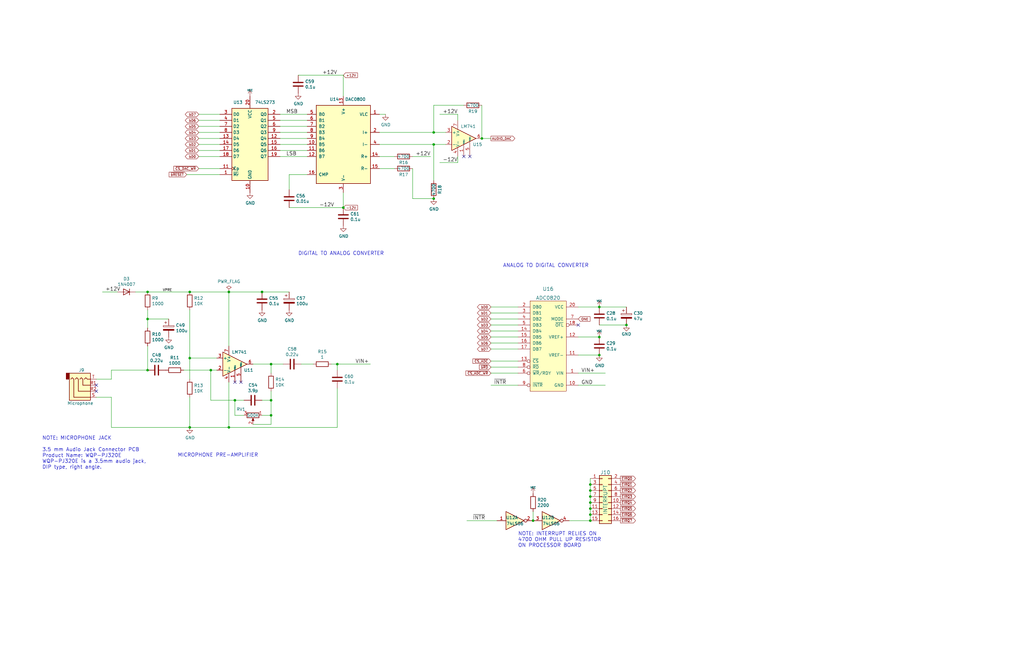
<source format=kicad_sch>
(kicad_sch (version 20211123) (generator eeschema)

  (uuid a085dca1-1c9e-46f1-bff4-cabeca5192f6)

  (paper "B")

  (lib_symbols
    (symbol "74xx:74LS06" (pin_names (offset 1.016)) (in_bom yes) (on_board yes)
      (property "Reference" "U" (id 0) (at 0 1.27 0)
        (effects (font (size 1.27 1.27)))
      )
      (property "Value" "74LS06" (id 1) (at 0 -1.27 0)
        (effects (font (size 1.27 1.27)))
      )
      (property "Footprint" "" (id 2) (at 0 0 0)
        (effects (font (size 1.27 1.27)) hide)
      )
      (property "Datasheet" "http://www.ti.com/lit/gpn/sn74LS06" (id 3) (at 0 0 0)
        (effects (font (size 1.27 1.27)) hide)
      )
      (property "ki_locked" "" (id 4) (at 0 0 0)
        (effects (font (size 1.27 1.27)))
      )
      (property "ki_keywords" "TTL not inv OpenCol" (id 5) (at 0 0 0)
        (effects (font (size 1.27 1.27)) hide)
      )
      (property "ki_description" "Inverter Open Collect" (id 6) (at 0 0 0)
        (effects (font (size 1.27 1.27)) hide)
      )
      (property "ki_fp_filters" "DIP*W7.62mm*" (id 7) (at 0 0 0)
        (effects (font (size 1.27 1.27)) hide)
      )
      (symbol "74LS06_1_0"
        (polyline
          (pts
            (xy -3.81 3.81)
            (xy -3.81 -3.81)
            (xy 3.81 0)
            (xy -3.81 3.81)
          )
          (stroke (width 0.254) (type default) (color 0 0 0 0))
          (fill (type background))
        )
        (pin input line (at -7.62 0 0) (length 3.81)
          (name "~" (effects (font (size 1.27 1.27))))
          (number "1" (effects (font (size 1.27 1.27))))
        )
        (pin open_collector inverted (at 7.62 0 180) (length 3.81)
          (name "~" (effects (font (size 1.27 1.27))))
          (number "2" (effects (font (size 1.27 1.27))))
        )
      )
      (symbol "74LS06_2_0"
        (polyline
          (pts
            (xy -3.81 3.81)
            (xy -3.81 -3.81)
            (xy 3.81 0)
            (xy -3.81 3.81)
          )
          (stroke (width 0.254) (type default) (color 0 0 0 0))
          (fill (type background))
        )
        (pin input line (at -7.62 0 0) (length 3.81)
          (name "~" (effects (font (size 1.27 1.27))))
          (number "3" (effects (font (size 1.27 1.27))))
        )
        (pin open_collector inverted (at 7.62 0 180) (length 3.81)
          (name "~" (effects (font (size 1.27 1.27))))
          (number "4" (effects (font (size 1.27 1.27))))
        )
      )
      (symbol "74LS06_3_0"
        (polyline
          (pts
            (xy -3.81 3.81)
            (xy -3.81 -3.81)
            (xy 3.81 0)
            (xy -3.81 3.81)
          )
          (stroke (width 0.254) (type default) (color 0 0 0 0))
          (fill (type background))
        )
        (pin input line (at -7.62 0 0) (length 3.81)
          (name "~" (effects (font (size 1.27 1.27))))
          (number "5" (effects (font (size 1.27 1.27))))
        )
        (pin open_collector inverted (at 7.62 0 180) (length 3.81)
          (name "~" (effects (font (size 1.27 1.27))))
          (number "6" (effects (font (size 1.27 1.27))))
        )
      )
      (symbol "74LS06_4_0"
        (polyline
          (pts
            (xy -3.81 3.81)
            (xy -3.81 -3.81)
            (xy 3.81 0)
            (xy -3.81 3.81)
          )
          (stroke (width 0.254) (type default) (color 0 0 0 0))
          (fill (type background))
        )
        (pin open_collector inverted (at 7.62 0 180) (length 3.81)
          (name "~" (effects (font (size 1.27 1.27))))
          (number "8" (effects (font (size 1.27 1.27))))
        )
        (pin input line (at -7.62 0 0) (length 3.81)
          (name "~" (effects (font (size 1.27 1.27))))
          (number "9" (effects (font (size 1.27 1.27))))
        )
      )
      (symbol "74LS06_5_0"
        (polyline
          (pts
            (xy -3.81 3.81)
            (xy -3.81 -3.81)
            (xy 3.81 0)
            (xy -3.81 3.81)
          )
          (stroke (width 0.254) (type default) (color 0 0 0 0))
          (fill (type background))
        )
        (pin open_collector inverted (at 7.62 0 180) (length 3.81)
          (name "~" (effects (font (size 1.27 1.27))))
          (number "10" (effects (font (size 1.27 1.27))))
        )
        (pin input line (at -7.62 0 0) (length 3.81)
          (name "~" (effects (font (size 1.27 1.27))))
          (number "11" (effects (font (size 1.27 1.27))))
        )
      )
      (symbol "74LS06_6_0"
        (polyline
          (pts
            (xy -3.81 3.81)
            (xy -3.81 -3.81)
            (xy 3.81 0)
            (xy -3.81 3.81)
          )
          (stroke (width 0.254) (type default) (color 0 0 0 0))
          (fill (type background))
        )
        (pin open_collector inverted (at 7.62 0 180) (length 3.81)
          (name "~" (effects (font (size 1.27 1.27))))
          (number "12" (effects (font (size 1.27 1.27))))
        )
        (pin input line (at -7.62 0 0) (length 3.81)
          (name "~" (effects (font (size 1.27 1.27))))
          (number "13" (effects (font (size 1.27 1.27))))
        )
      )
      (symbol "74LS06_7_0"
        (pin power_in line (at 0 12.7 270) (length 5.08)
          (name "VCC" (effects (font (size 1.27 1.27))))
          (number "14" (effects (font (size 1.27 1.27))))
        )
        (pin power_in line (at 0 -12.7 90) (length 5.08)
          (name "GND" (effects (font (size 1.27 1.27))))
          (number "7" (effects (font (size 1.27 1.27))))
        )
      )
      (symbol "74LS06_7_1"
        (rectangle (start -5.08 7.62) (end 5.08 -7.62)
          (stroke (width 0.254) (type default) (color 0 0 0 0))
          (fill (type background))
        )
      )
    )
    (symbol "74xx:74LS273" (in_bom yes) (on_board yes)
      (property "Reference" "U" (id 0) (at -7.62 16.51 0)
        (effects (font (size 1.27 1.27)))
      )
      (property "Value" "74LS273" (id 1) (at -7.62 -16.51 0)
        (effects (font (size 1.27 1.27)))
      )
      (property "Footprint" "" (id 2) (at 0 0 0)
        (effects (font (size 1.27 1.27)) hide)
      )
      (property "Datasheet" "http://www.ti.com/lit/gpn/sn74LS273" (id 3) (at 0 0 0)
        (effects (font (size 1.27 1.27)) hide)
      )
      (property "ki_keywords" "TTL DFF DFF8" (id 4) (at 0 0 0)
        (effects (font (size 1.27 1.27)) hide)
      )
      (property "ki_description" "8-bit D Flip-Flop, reset" (id 5) (at 0 0 0)
        (effects (font (size 1.27 1.27)) hide)
      )
      (property "ki_fp_filters" "DIP?20* SO?20* SOIC?20*" (id 6) (at 0 0 0)
        (effects (font (size 1.27 1.27)) hide)
      )
      (symbol "74LS273_1_0"
        (pin input line (at -12.7 -12.7 0) (length 5.08)
          (name "~{Mr}" (effects (font (size 1.27 1.27))))
          (number "1" (effects (font (size 1.27 1.27))))
        )
        (pin power_in line (at 0 -20.32 90) (length 5.08)
          (name "GND" (effects (font (size 1.27 1.27))))
          (number "10" (effects (font (size 1.27 1.27))))
        )
        (pin input clock (at -12.7 -10.16 0) (length 5.08)
          (name "Cp" (effects (font (size 1.27 1.27))))
          (number "11" (effects (font (size 1.27 1.27))))
        )
        (pin output line (at 12.7 2.54 180) (length 5.08)
          (name "Q4" (effects (font (size 1.27 1.27))))
          (number "12" (effects (font (size 1.27 1.27))))
        )
        (pin input line (at -12.7 2.54 0) (length 5.08)
          (name "D4" (effects (font (size 1.27 1.27))))
          (number "13" (effects (font (size 1.27 1.27))))
        )
        (pin input line (at -12.7 0 0) (length 5.08)
          (name "D5" (effects (font (size 1.27 1.27))))
          (number "14" (effects (font (size 1.27 1.27))))
        )
        (pin output line (at 12.7 0 180) (length 5.08)
          (name "Q5" (effects (font (size 1.27 1.27))))
          (number "15" (effects (font (size 1.27 1.27))))
        )
        (pin output line (at 12.7 -2.54 180) (length 5.08)
          (name "Q6" (effects (font (size 1.27 1.27))))
          (number "16" (effects (font (size 1.27 1.27))))
        )
        (pin input line (at -12.7 -2.54 0) (length 5.08)
          (name "D6" (effects (font (size 1.27 1.27))))
          (number "17" (effects (font (size 1.27 1.27))))
        )
        (pin input line (at -12.7 -5.08 0) (length 5.08)
          (name "D7" (effects (font (size 1.27 1.27))))
          (number "18" (effects (font (size 1.27 1.27))))
        )
        (pin output line (at 12.7 -5.08 180) (length 5.08)
          (name "Q7" (effects (font (size 1.27 1.27))))
          (number "19" (effects (font (size 1.27 1.27))))
        )
        (pin output line (at 12.7 12.7 180) (length 5.08)
          (name "Q0" (effects (font (size 1.27 1.27))))
          (number "2" (effects (font (size 1.27 1.27))))
        )
        (pin power_in line (at 0 20.32 270) (length 5.08)
          (name "VCC" (effects (font (size 1.27 1.27))))
          (number "20" (effects (font (size 1.27 1.27))))
        )
        (pin input line (at -12.7 12.7 0) (length 5.08)
          (name "D0" (effects (font (size 1.27 1.27))))
          (number "3" (effects (font (size 1.27 1.27))))
        )
        (pin input line (at -12.7 10.16 0) (length 5.08)
          (name "D1" (effects (font (size 1.27 1.27))))
          (number "4" (effects (font (size 1.27 1.27))))
        )
        (pin output line (at 12.7 10.16 180) (length 5.08)
          (name "Q1" (effects (font (size 1.27 1.27))))
          (number "5" (effects (font (size 1.27 1.27))))
        )
        (pin output line (at 12.7 7.62 180) (length 5.08)
          (name "Q2" (effects (font (size 1.27 1.27))))
          (number "6" (effects (font (size 1.27 1.27))))
        )
        (pin input line (at -12.7 7.62 0) (length 5.08)
          (name "D2" (effects (font (size 1.27 1.27))))
          (number "7" (effects (font (size 1.27 1.27))))
        )
        (pin input line (at -12.7 5.08 0) (length 5.08)
          (name "D3" (effects (font (size 1.27 1.27))))
          (number "8" (effects (font (size 1.27 1.27))))
        )
        (pin output line (at 12.7 5.08 180) (length 5.08)
          (name "Q3" (effects (font (size 1.27 1.27))))
          (number "9" (effects (font (size 1.27 1.27))))
        )
      )
      (symbol "74LS273_1_1"
        (rectangle (start -7.62 15.24) (end 7.62 -15.24)
          (stroke (width 0.254) (type default) (color 0 0 0 0))
          (fill (type background))
        )
      )
    )
    (symbol "ADC0820:ADC0820" (pin_names (offset 1.016)) (in_bom yes) (on_board yes)
      (property "Reference" "U16" (id 0) (at 0 22.5298 0)
        (effects (font (size 1.524 1.524)))
      )
      (property "Value" "ADC0820" (id 1) (at 0 19.8374 0)
        (effects (font (size 1.524 1.524)))
      )
      (property "Footprint" "Package_DIP:DIP-20_W7.62mm_Socket" (id 2) (at -1.27 19.05 0)
        (effects (font (size 1.524 1.524)) hide)
      )
      (property "Datasheet" "" (id 3) (at -1.27 19.05 0)
        (effects (font (size 1.524 1.524)) hide)
      )
      (symbol "ADC0820_0_1"
        (rectangle (start -7.62 17.78) (end 7.62 -20.32)
          (stroke (width 0) (type default) (color 0 0 0 0))
          (fill (type background))
        )
      )
      (symbol "ADC0820_1_1"
        (pin input line (at 12.7 -12.7 180) (length 5.08)
          (name "VIN" (effects (font (size 1.27 1.27))))
          (number "1" (effects (font (size 1.27 1.27))))
        )
        (pin power_in line (at 12.7 -17.78 180) (length 5.08)
          (name "GND" (effects (font (size 1.27 1.27))))
          (number "10" (effects (font (size 1.27 1.27))))
        )
        (pin input line (at 12.7 -5.08 180) (length 5.08)
          (name "VREF-" (effects (font (size 1.27 1.27))))
          (number "11" (effects (font (size 1.27 1.27))))
        )
        (pin input line (at 12.7 2.54 180) (length 5.08)
          (name "VREF+" (effects (font (size 1.27 1.27))))
          (number "12" (effects (font (size 1.27 1.27))))
        )
        (pin input inverted (at -12.7 -7.62 0) (length 5.08)
          (name "~{CS}" (effects (font (size 1.27 1.27))))
          (number "13" (effects (font (size 1.27 1.27))))
        )
        (pin bidirectional line (at -12.7 5.08 0) (length 5.08)
          (name "DB4" (effects (font (size 1.27 1.27))))
          (number "14" (effects (font (size 1.27 1.27))))
        )
        (pin bidirectional line (at -12.7 2.54 0) (length 5.08)
          (name "DB5" (effects (font (size 1.27 1.27))))
          (number "15" (effects (font (size 1.27 1.27))))
        )
        (pin bidirectional line (at -12.7 0 0) (length 5.08)
          (name "DB6" (effects (font (size 1.27 1.27))))
          (number "16" (effects (font (size 1.27 1.27))))
        )
        (pin bidirectional line (at -12.7 -2.54 0) (length 5.08)
          (name "DB7" (effects (font (size 1.27 1.27))))
          (number "17" (effects (font (size 1.27 1.27))))
        )
        (pin output inverted (at 12.7 7.62 180) (length 5.08)
          (name "~{OFL}" (effects (font (size 1.27 1.27))))
          (number "18" (effects (font (size 1.27 1.27))))
        )
        (pin no_connect line (at -12.7 -15.24 0) (length 5.08) hide
          (name "NC" (effects (font (size 1.27 1.27))))
          (number "19" (effects (font (size 1.27 1.27))))
        )
        (pin bidirectional line (at -12.7 15.24 0) (length 5.08)
          (name "DB0" (effects (font (size 1.27 1.27))))
          (number "2" (effects (font (size 1.27 1.27))))
        )
        (pin power_in line (at 12.7 15.24 180) (length 5.08)
          (name "VCC" (effects (font (size 1.27 1.27))))
          (number "20" (effects (font (size 1.27 1.27))))
        )
        (pin bidirectional line (at -12.7 12.7 0) (length 5.08)
          (name "DB1" (effects (font (size 1.27 1.27))))
          (number "3" (effects (font (size 1.27 1.27))))
        )
        (pin bidirectional line (at -12.7 10.16 0) (length 5.08)
          (name "DB2" (effects (font (size 1.27 1.27))))
          (number "4" (effects (font (size 1.27 1.27))))
        )
        (pin bidirectional line (at -12.7 7.62 0) (length 5.08)
          (name "DB3" (effects (font (size 1.27 1.27))))
          (number "5" (effects (font (size 1.27 1.27))))
        )
        (pin input inverted (at -12.7 -12.7 0) (length 5.08)
          (name "~{WR}/RDY" (effects (font (size 1.27 1.27))))
          (number "6" (effects (font (size 1.27 1.27))))
        )
        (pin input line (at 12.7 10.16 180) (length 5.08)
          (name "MODE" (effects (font (size 1.27 1.27))))
          (number "7" (effects (font (size 1.27 1.27))))
        )
        (pin input inverted (at -12.7 -10.16 0) (length 5.08)
          (name "~{RD}" (effects (font (size 1.27 1.27))))
          (number "8" (effects (font (size 1.27 1.27))))
        )
        (pin output inverted (at -12.7 -17.78 0) (length 5.08)
          (name "~{INTR}" (effects (font (size 1.27 1.27))))
          (number "9" (effects (font (size 1.27 1.27))))
        )
      )
    )
    (symbol "Amplifier_Operational:LM741" (pin_names (offset 0.127)) (in_bom yes) (on_board yes)
      (property "Reference" "U" (id 0) (at 0 6.35 0)
        (effects (font (size 1.27 1.27)) (justify left))
      )
      (property "Value" "LM741" (id 1) (at 0 3.81 0)
        (effects (font (size 1.27 1.27)) (justify left))
      )
      (property "Footprint" "" (id 2) (at 1.27 1.27 0)
        (effects (font (size 1.27 1.27)) hide)
      )
      (property "Datasheet" "http://www.ti.com/lit/ds/symlink/lm741.pdf" (id 3) (at 3.81 3.81 0)
        (effects (font (size 1.27 1.27)) hide)
      )
      (property "ki_keywords" "single opamp" (id 4) (at 0 0 0)
        (effects (font (size 1.27 1.27)) hide)
      )
      (property "ki_description" "Operational Amplifier, DIP-8/TO-99-8" (id 5) (at 0 0 0)
        (effects (font (size 1.27 1.27)) hide)
      )
      (property "ki_fp_filters" "SOIC*3.9x4.9mm*P1.27mm* DIP*W7.62mm* TSSOP*3x3mm*P0.65mm*" (id 6) (at 0 0 0)
        (effects (font (size 1.27 1.27)) hide)
      )
      (symbol "LM741_0_1"
        (polyline
          (pts
            (xy -5.08 5.08)
            (xy 5.08 0)
            (xy -5.08 -5.08)
            (xy -5.08 5.08)
          )
          (stroke (width 0.254) (type default) (color 0 0 0 0))
          (fill (type background))
        )
      )
      (symbol "LM741_1_1"
        (pin input line (at 0 -7.62 90) (length 5.08)
          (name "NULL" (effects (font (size 0.508 0.508))))
          (number "1" (effects (font (size 1.27 1.27))))
        )
        (pin input line (at -7.62 -2.54 0) (length 2.54)
          (name "-" (effects (font (size 1.27 1.27))))
          (number "2" (effects (font (size 1.27 1.27))))
        )
        (pin input line (at -7.62 2.54 0) (length 2.54)
          (name "+" (effects (font (size 1.27 1.27))))
          (number "3" (effects (font (size 1.27 1.27))))
        )
        (pin power_in line (at -2.54 -7.62 90) (length 3.81)
          (name "V-" (effects (font (size 1.27 1.27))))
          (number "4" (effects (font (size 1.27 1.27))))
        )
        (pin input line (at 2.54 -7.62 90) (length 6.35)
          (name "NULL" (effects (font (size 0.508 0.508))))
          (number "5" (effects (font (size 1.27 1.27))))
        )
        (pin output line (at 7.62 0 180) (length 2.54)
          (name "~" (effects (font (size 1.27 1.27))))
          (number "6" (effects (font (size 1.27 1.27))))
        )
        (pin power_in line (at -2.54 7.62 270) (length 3.81)
          (name "V+" (effects (font (size 1.27 1.27))))
          (number "7" (effects (font (size 1.27 1.27))))
        )
        (pin no_connect line (at 0 2.54 270) (length 2.54) hide
          (name "NC" (effects (font (size 1.27 1.27))))
          (number "8" (effects (font (size 1.27 1.27))))
        )
      )
    )
    (symbol "Analog_DAC:DAC08" (pin_names (offset 1.016)) (in_bom yes) (on_board yes)
      (property "Reference" "U" (id 0) (at -11.43 17.78 0)
        (effects (font (size 1.27 1.27)) (justify left))
      )
      (property "Value" "DAC08" (id 1) (at 5.08 17.78 0)
        (effects (font (size 1.27 1.27)) (justify left))
      )
      (property "Footprint" "" (id 2) (at 0 0 0)
        (effects (font (size 1.27 1.27)) hide)
      )
      (property "Datasheet" "https://www.analog.com/media/en/technical-documentation/data-sheets/DAC08.pdf" (id 3) (at 0 0 0)
        (effects (font (size 1.27 1.27)) hide)
      )
      (property "ki_keywords" "DAC CNA" (id 4) (at 0 0 0)
        (effects (font (size 1.27 1.27)) hide)
      )
      (property "ki_description" "DA Converter 8 bits" (id 5) (at 0 0 0)
        (effects (font (size 1.27 1.27)) hide)
      )
      (symbol "DAC08_0_1"
        (rectangle (start -11.43 -16.51) (end 11.43 16.51)
          (stroke (width 0.254) (type default) (color 0 0 0 0))
          (fill (type background))
        )
      )
      (symbol "DAC08_1_1"
        (pin input line (at 15.24 12.7 180) (length 3.81)
          (name "VLC" (effects (font (size 1.27 1.27))))
          (number "1" (effects (font (size 1.27 1.27))))
        )
        (pin input line (at -15.24 0 0) (length 3.81)
          (name "B5" (effects (font (size 1.27 1.27))))
          (number "10" (effects (font (size 1.27 1.27))))
        )
        (pin input line (at -15.24 -2.54 0) (length 3.81)
          (name "B6" (effects (font (size 1.27 1.27))))
          (number "11" (effects (font (size 1.27 1.27))))
        )
        (pin input line (at -15.24 -5.08 0) (length 3.81)
          (name "B7" (effects (font (size 1.27 1.27))))
          (number "12" (effects (font (size 1.27 1.27))))
        )
        (pin power_in line (at 0 20.32 270) (length 3.81)
          (name "V+" (effects (font (size 1.27 1.27))))
          (number "13" (effects (font (size 1.27 1.27))))
        )
        (pin input line (at 15.24 -5.08 180) (length 3.81)
          (name "R+" (effects (font (size 1.27 1.27))))
          (number "14" (effects (font (size 1.27 1.27))))
        )
        (pin input line (at 15.24 -10.16 180) (length 3.81)
          (name "R-" (effects (font (size 1.27 1.27))))
          (number "15" (effects (font (size 1.27 1.27))))
        )
        (pin input line (at -15.24 -12.7 0) (length 3.81)
          (name "CMP" (effects (font (size 1.27 1.27))))
          (number "16" (effects (font (size 1.27 1.27))))
        )
        (pin output line (at 15.24 5.08 180) (length 3.81)
          (name "I+" (effects (font (size 1.27 1.27))))
          (number "2" (effects (font (size 1.27 1.27))))
        )
        (pin power_in line (at 0 -20.32 90) (length 3.81)
          (name "V-" (effects (font (size 1.27 1.27))))
          (number "3" (effects (font (size 1.27 1.27))))
        )
        (pin output line (at 15.24 0 180) (length 3.81)
          (name "I-" (effects (font (size 1.27 1.27))))
          (number "4" (effects (font (size 1.27 1.27))))
        )
        (pin input line (at -15.24 12.7 0) (length 3.81)
          (name "B0" (effects (font (size 1.27 1.27))))
          (number "5" (effects (font (size 1.27 1.27))))
        )
        (pin input line (at -15.24 10.16 0) (length 3.81)
          (name "B1" (effects (font (size 1.27 1.27))))
          (number "6" (effects (font (size 1.27 1.27))))
        )
        (pin input line (at -15.24 7.62 0) (length 3.81)
          (name "B2" (effects (font (size 1.27 1.27))))
          (number "7" (effects (font (size 1.27 1.27))))
        )
        (pin input line (at -15.24 5.08 0) (length 3.81)
          (name "B3" (effects (font (size 1.27 1.27))))
          (number "8" (effects (font (size 1.27 1.27))))
        )
        (pin input line (at -15.24 2.54 0) (length 3.81)
          (name "B4" (effects (font (size 1.27 1.27))))
          (number "9" (effects (font (size 1.27 1.27))))
        )
      )
    )
    (symbol "Connector:AudioJack4" (in_bom yes) (on_board yes)
      (property "Reference" "J" (id 0) (at 0 8.89 0)
        (effects (font (size 1.27 1.27)))
      )
      (property "Value" "AudioJack4" (id 1) (at 0 6.35 0)
        (effects (font (size 1.27 1.27)))
      )
      (property "Footprint" "" (id 2) (at 0 0 0)
        (effects (font (size 1.27 1.27)) hide)
      )
      (property "Datasheet" "~" (id 3) (at 0 0 0)
        (effects (font (size 1.27 1.27)) hide)
      )
      (property "ki_keywords" "audio jack receptacle stereo headphones TRRS connector" (id 4) (at 0 0 0)
        (effects (font (size 1.27 1.27)) hide)
      )
      (property "ki_description" "Audio Jack, 4 Poles (TRRS)" (id 5) (at 0 0 0)
        (effects (font (size 1.27 1.27)) hide)
      )
      (property "ki_fp_filters" "Jack*" (id 6) (at 0 0 0)
        (effects (font (size 1.27 1.27)) hide)
      )
      (symbol "AudioJack4_0_1"
        (rectangle (start -6.35 -5.08) (end -7.62 -7.62)
          (stroke (width 0.254) (type default) (color 0 0 0 0))
          (fill (type outline))
        )
        (polyline
          (pts
            (xy 0 -5.08)
            (xy 0.635 -5.715)
            (xy 1.27 -5.08)
            (xy 2.54 -5.08)
          )
          (stroke (width 0.254) (type default) (color 0 0 0 0))
          (fill (type none))
        )
        (polyline
          (pts
            (xy -5.715 -5.08)
            (xy -5.08 -5.715)
            (xy -4.445 -5.08)
            (xy -4.445 2.54)
            (xy 2.54 2.54)
          )
          (stroke (width 0.254) (type default) (color 0 0 0 0))
          (fill (type none))
        )
        (polyline
          (pts
            (xy -1.905 -5.08)
            (xy -1.27 -5.715)
            (xy -0.635 -5.08)
            (xy -0.635 -2.54)
            (xy 2.54 -2.54)
          )
          (stroke (width 0.254) (type default) (color 0 0 0 0))
          (fill (type none))
        )
        (polyline
          (pts
            (xy 2.54 0)
            (xy -2.54 0)
            (xy -2.54 -5.08)
            (xy -3.175 -5.715)
            (xy -3.81 -5.08)
          )
          (stroke (width 0.254) (type default) (color 0 0 0 0))
          (fill (type none))
        )
        (rectangle (start 2.54 3.81) (end -6.35 -7.62)
          (stroke (width 0.254) (type default) (color 0 0 0 0))
          (fill (type background))
        )
      )
      (symbol "AudioJack4_1_1"
        (pin passive line (at 5.08 -2.54 180) (length 2.54)
          (name "~" (effects (font (size 1.27 1.27))))
          (number "R1" (effects (font (size 1.27 1.27))))
        )
        (pin passive line (at 5.08 0 180) (length 2.54)
          (name "~" (effects (font (size 1.27 1.27))))
          (number "R2" (effects (font (size 1.27 1.27))))
        )
        (pin passive line (at 5.08 2.54 180) (length 2.54)
          (name "~" (effects (font (size 1.27 1.27))))
          (number "S" (effects (font (size 1.27 1.27))))
        )
        (pin passive line (at 5.08 -5.08 180) (length 2.54)
          (name "~" (effects (font (size 1.27 1.27))))
          (number "T" (effects (font (size 1.27 1.27))))
        )
      )
    )
    (symbol "Connector_Generic:Conn_02x08_Odd_Even" (pin_names (offset 1.016) hide) (in_bom yes) (on_board yes)
      (property "Reference" "J" (id 0) (at 1.27 10.16 0)
        (effects (font (size 1.27 1.27)))
      )
      (property "Value" "Conn_02x08_Odd_Even" (id 1) (at 1.27 -12.7 0)
        (effects (font (size 1.27 1.27)))
      )
      (property "Footprint" "" (id 2) (at 0 0 0)
        (effects (font (size 1.27 1.27)) hide)
      )
      (property "Datasheet" "~" (id 3) (at 0 0 0)
        (effects (font (size 1.27 1.27)) hide)
      )
      (property "ki_keywords" "connector" (id 4) (at 0 0 0)
        (effects (font (size 1.27 1.27)) hide)
      )
      (property "ki_description" "Generic connector, double row, 02x08, odd/even pin numbering scheme (row 1 odd numbers, row 2 even numbers), script generated (kicad-library-utils/schlib/autogen/connector/)" (id 5) (at 0 0 0)
        (effects (font (size 1.27 1.27)) hide)
      )
      (property "ki_fp_filters" "Connector*:*_2x??_*" (id 6) (at 0 0 0)
        (effects (font (size 1.27 1.27)) hide)
      )
      (symbol "Conn_02x08_Odd_Even_1_1"
        (rectangle (start -1.27 -10.033) (end 0 -10.287)
          (stroke (width 0.1524) (type default) (color 0 0 0 0))
          (fill (type none))
        )
        (rectangle (start -1.27 -7.493) (end 0 -7.747)
          (stroke (width 0.1524) (type default) (color 0 0 0 0))
          (fill (type none))
        )
        (rectangle (start -1.27 -4.953) (end 0 -5.207)
          (stroke (width 0.1524) (type default) (color 0 0 0 0))
          (fill (type none))
        )
        (rectangle (start -1.27 -2.413) (end 0 -2.667)
          (stroke (width 0.1524) (type default) (color 0 0 0 0))
          (fill (type none))
        )
        (rectangle (start -1.27 0.127) (end 0 -0.127)
          (stroke (width 0.1524) (type default) (color 0 0 0 0))
          (fill (type none))
        )
        (rectangle (start -1.27 2.667) (end 0 2.413)
          (stroke (width 0.1524) (type default) (color 0 0 0 0))
          (fill (type none))
        )
        (rectangle (start -1.27 5.207) (end 0 4.953)
          (stroke (width 0.1524) (type default) (color 0 0 0 0))
          (fill (type none))
        )
        (rectangle (start -1.27 7.747) (end 0 7.493)
          (stroke (width 0.1524) (type default) (color 0 0 0 0))
          (fill (type none))
        )
        (rectangle (start -1.27 8.89) (end 3.81 -11.43)
          (stroke (width 0.254) (type default) (color 0 0 0 0))
          (fill (type background))
        )
        (rectangle (start 3.81 -10.033) (end 2.54 -10.287)
          (stroke (width 0.1524) (type default) (color 0 0 0 0))
          (fill (type none))
        )
        (rectangle (start 3.81 -7.493) (end 2.54 -7.747)
          (stroke (width 0.1524) (type default) (color 0 0 0 0))
          (fill (type none))
        )
        (rectangle (start 3.81 -4.953) (end 2.54 -5.207)
          (stroke (width 0.1524) (type default) (color 0 0 0 0))
          (fill (type none))
        )
        (rectangle (start 3.81 -2.413) (end 2.54 -2.667)
          (stroke (width 0.1524) (type default) (color 0 0 0 0))
          (fill (type none))
        )
        (rectangle (start 3.81 0.127) (end 2.54 -0.127)
          (stroke (width 0.1524) (type default) (color 0 0 0 0))
          (fill (type none))
        )
        (rectangle (start 3.81 2.667) (end 2.54 2.413)
          (stroke (width 0.1524) (type default) (color 0 0 0 0))
          (fill (type none))
        )
        (rectangle (start 3.81 5.207) (end 2.54 4.953)
          (stroke (width 0.1524) (type default) (color 0 0 0 0))
          (fill (type none))
        )
        (rectangle (start 3.81 7.747) (end 2.54 7.493)
          (stroke (width 0.1524) (type default) (color 0 0 0 0))
          (fill (type none))
        )
        (pin passive line (at -5.08 7.62 0) (length 3.81)
          (name "Pin_1" (effects (font (size 1.27 1.27))))
          (number "1" (effects (font (size 1.27 1.27))))
        )
        (pin passive line (at 7.62 -2.54 180) (length 3.81)
          (name "Pin_10" (effects (font (size 1.27 1.27))))
          (number "10" (effects (font (size 1.27 1.27))))
        )
        (pin passive line (at -5.08 -5.08 0) (length 3.81)
          (name "Pin_11" (effects (font (size 1.27 1.27))))
          (number "11" (effects (font (size 1.27 1.27))))
        )
        (pin passive line (at 7.62 -5.08 180) (length 3.81)
          (name "Pin_12" (effects (font (size 1.27 1.27))))
          (number "12" (effects (font (size 1.27 1.27))))
        )
        (pin passive line (at -5.08 -7.62 0) (length 3.81)
          (name "Pin_13" (effects (font (size 1.27 1.27))))
          (number "13" (effects (font (size 1.27 1.27))))
        )
        (pin passive line (at 7.62 -7.62 180) (length 3.81)
          (name "Pin_14" (effects (font (size 1.27 1.27))))
          (number "14" (effects (font (size 1.27 1.27))))
        )
        (pin passive line (at -5.08 -10.16 0) (length 3.81)
          (name "Pin_15" (effects (font (size 1.27 1.27))))
          (number "15" (effects (font (size 1.27 1.27))))
        )
        (pin passive line (at 7.62 -10.16 180) (length 3.81)
          (name "Pin_16" (effects (font (size 1.27 1.27))))
          (number "16" (effects (font (size 1.27 1.27))))
        )
        (pin passive line (at 7.62 7.62 180) (length 3.81)
          (name "Pin_2" (effects (font (size 1.27 1.27))))
          (number "2" (effects (font (size 1.27 1.27))))
        )
        (pin passive line (at -5.08 5.08 0) (length 3.81)
          (name "Pin_3" (effects (font (size 1.27 1.27))))
          (number "3" (effects (font (size 1.27 1.27))))
        )
        (pin passive line (at 7.62 5.08 180) (length 3.81)
          (name "Pin_4" (effects (font (size 1.27 1.27))))
          (number "4" (effects (font (size 1.27 1.27))))
        )
        (pin passive line (at -5.08 2.54 0) (length 3.81)
          (name "Pin_5" (effects (font (size 1.27 1.27))))
          (number "5" (effects (font (size 1.27 1.27))))
        )
        (pin passive line (at 7.62 2.54 180) (length 3.81)
          (name "Pin_6" (effects (font (size 1.27 1.27))))
          (number "6" (effects (font (size 1.27 1.27))))
        )
        (pin passive line (at -5.08 0 0) (length 3.81)
          (name "Pin_7" (effects (font (size 1.27 1.27))))
          (number "7" (effects (font (size 1.27 1.27))))
        )
        (pin passive line (at 7.62 0 180) (length 3.81)
          (name "Pin_8" (effects (font (size 1.27 1.27))))
          (number "8" (effects (font (size 1.27 1.27))))
        )
        (pin passive line (at -5.08 -2.54 0) (length 3.81)
          (name "Pin_9" (effects (font (size 1.27 1.27))))
          (number "9" (effects (font (size 1.27 1.27))))
        )
      )
    )
    (symbol "Device:C" (pin_numbers hide) (pin_names (offset 0.254)) (in_bom yes) (on_board yes)
      (property "Reference" "C" (id 0) (at 0.635 2.54 0)
        (effects (font (size 1.27 1.27)) (justify left))
      )
      (property "Value" "C" (id 1) (at 0.635 -2.54 0)
        (effects (font (size 1.27 1.27)) (justify left))
      )
      (property "Footprint" "" (id 2) (at 0.9652 -3.81 0)
        (effects (font (size 1.27 1.27)) hide)
      )
      (property "Datasheet" "~" (id 3) (at 0 0 0)
        (effects (font (size 1.27 1.27)) hide)
      )
      (property "ki_keywords" "cap capacitor" (id 4) (at 0 0 0)
        (effects (font (size 1.27 1.27)) hide)
      )
      (property "ki_description" "Unpolarized capacitor" (id 5) (at 0 0 0)
        (effects (font (size 1.27 1.27)) hide)
      )
      (property "ki_fp_filters" "C_*" (id 6) (at 0 0 0)
        (effects (font (size 1.27 1.27)) hide)
      )
      (symbol "C_0_1"
        (polyline
          (pts
            (xy -2.032 -0.762)
            (xy 2.032 -0.762)
          )
          (stroke (width 0.508) (type default) (color 0 0 0 0))
          (fill (type none))
        )
        (polyline
          (pts
            (xy -2.032 0.762)
            (xy 2.032 0.762)
          )
          (stroke (width 0.508) (type default) (color 0 0 0 0))
          (fill (type none))
        )
      )
      (symbol "C_1_1"
        (pin passive line (at 0 3.81 270) (length 2.794)
          (name "~" (effects (font (size 1.27 1.27))))
          (number "1" (effects (font (size 1.27 1.27))))
        )
        (pin passive line (at 0 -3.81 90) (length 2.794)
          (name "~" (effects (font (size 1.27 1.27))))
          (number "2" (effects (font (size 1.27 1.27))))
        )
      )
    )
    (symbol "Device:C_Polarized" (pin_numbers hide) (pin_names (offset 0.254)) (in_bom yes) (on_board yes)
      (property "Reference" "C" (id 0) (at 0.635 2.54 0)
        (effects (font (size 1.27 1.27)) (justify left))
      )
      (property "Value" "C_Polarized" (id 1) (at 0.635 -2.54 0)
        (effects (font (size 1.27 1.27)) (justify left))
      )
      (property "Footprint" "" (id 2) (at 0.9652 -3.81 0)
        (effects (font (size 1.27 1.27)) hide)
      )
      (property "Datasheet" "~" (id 3) (at 0 0 0)
        (effects (font (size 1.27 1.27)) hide)
      )
      (property "ki_keywords" "cap capacitor" (id 4) (at 0 0 0)
        (effects (font (size 1.27 1.27)) hide)
      )
      (property "ki_description" "Polarized capacitor" (id 5) (at 0 0 0)
        (effects (font (size 1.27 1.27)) hide)
      )
      (property "ki_fp_filters" "CP_*" (id 6) (at 0 0 0)
        (effects (font (size 1.27 1.27)) hide)
      )
      (symbol "C_Polarized_0_1"
        (rectangle (start -2.286 0.508) (end 2.286 1.016)
          (stroke (width 0) (type default) (color 0 0 0 0))
          (fill (type none))
        )
        (polyline
          (pts
            (xy -1.778 2.286)
            (xy -0.762 2.286)
          )
          (stroke (width 0) (type default) (color 0 0 0 0))
          (fill (type none))
        )
        (polyline
          (pts
            (xy -1.27 2.794)
            (xy -1.27 1.778)
          )
          (stroke (width 0) (type default) (color 0 0 0 0))
          (fill (type none))
        )
        (rectangle (start 2.286 -0.508) (end -2.286 -1.016)
          (stroke (width 0) (type default) (color 0 0 0 0))
          (fill (type outline))
        )
      )
      (symbol "C_Polarized_1_1"
        (pin passive line (at 0 3.81 270) (length 2.794)
          (name "~" (effects (font (size 1.27 1.27))))
          (number "1" (effects (font (size 1.27 1.27))))
        )
        (pin passive line (at 0 -3.81 90) (length 2.794)
          (name "~" (effects (font (size 1.27 1.27))))
          (number "2" (effects (font (size 1.27 1.27))))
        )
      )
    )
    (symbol "Device:R" (pin_numbers hide) (pin_names (offset 0)) (in_bom yes) (on_board yes)
      (property "Reference" "R" (id 0) (at 2.032 0 90)
        (effects (font (size 1.27 1.27)))
      )
      (property "Value" "R" (id 1) (at 0 0 90)
        (effects (font (size 1.27 1.27)))
      )
      (property "Footprint" "" (id 2) (at -1.778 0 90)
        (effects (font (size 1.27 1.27)) hide)
      )
      (property "Datasheet" "~" (id 3) (at 0 0 0)
        (effects (font (size 1.27 1.27)) hide)
      )
      (property "ki_keywords" "R res resistor" (id 4) (at 0 0 0)
        (effects (font (size 1.27 1.27)) hide)
      )
      (property "ki_description" "Resistor" (id 5) (at 0 0 0)
        (effects (font (size 1.27 1.27)) hide)
      )
      (property "ki_fp_filters" "R_*" (id 6) (at 0 0 0)
        (effects (font (size 1.27 1.27)) hide)
      )
      (symbol "R_0_1"
        (rectangle (start -1.016 -2.54) (end 1.016 2.54)
          (stroke (width 0.254) (type default) (color 0 0 0 0))
          (fill (type none))
        )
      )
      (symbol "R_1_1"
        (pin passive line (at 0 3.81 270) (length 1.27)
          (name "~" (effects (font (size 1.27 1.27))))
          (number "1" (effects (font (size 1.27 1.27))))
        )
        (pin passive line (at 0 -3.81 90) (length 1.27)
          (name "~" (effects (font (size 1.27 1.27))))
          (number "2" (effects (font (size 1.27 1.27))))
        )
      )
    )
    (symbol "Device:R_Potentiometer" (pin_names (offset 1.016) hide) (in_bom yes) (on_board yes)
      (property "Reference" "RV" (id 0) (at -4.445 0 90)
        (effects (font (size 1.27 1.27)))
      )
      (property "Value" "R_Potentiometer" (id 1) (at -2.54 0 90)
        (effects (font (size 1.27 1.27)))
      )
      (property "Footprint" "" (id 2) (at 0 0 0)
        (effects (font (size 1.27 1.27)) hide)
      )
      (property "Datasheet" "~" (id 3) (at 0 0 0)
        (effects (font (size 1.27 1.27)) hide)
      )
      (property "ki_keywords" "resistor variable" (id 4) (at 0 0 0)
        (effects (font (size 1.27 1.27)) hide)
      )
      (property "ki_description" "Potentiometer" (id 5) (at 0 0 0)
        (effects (font (size 1.27 1.27)) hide)
      )
      (property "ki_fp_filters" "Potentiometer*" (id 6) (at 0 0 0)
        (effects (font (size 1.27 1.27)) hide)
      )
      (symbol "R_Potentiometer_0_1"
        (polyline
          (pts
            (xy 2.54 0)
            (xy 1.524 0)
          )
          (stroke (width 0) (type default) (color 0 0 0 0))
          (fill (type none))
        )
        (polyline
          (pts
            (xy 1.143 0)
            (xy 2.286 0.508)
            (xy 2.286 -0.508)
            (xy 1.143 0)
          )
          (stroke (width 0) (type default) (color 0 0 0 0))
          (fill (type outline))
        )
        (rectangle (start 1.016 2.54) (end -1.016 -2.54)
          (stroke (width 0.254) (type default) (color 0 0 0 0))
          (fill (type none))
        )
      )
      (symbol "R_Potentiometer_1_1"
        (pin passive line (at 0 3.81 270) (length 1.27)
          (name "1" (effects (font (size 1.27 1.27))))
          (number "1" (effects (font (size 1.27 1.27))))
        )
        (pin passive line (at 3.81 0 180) (length 1.27)
          (name "2" (effects (font (size 1.27 1.27))))
          (number "2" (effects (font (size 1.27 1.27))))
        )
        (pin passive line (at 0 -3.81 90) (length 1.27)
          (name "3" (effects (font (size 1.27 1.27))))
          (number "3" (effects (font (size 1.27 1.27))))
        )
      )
    )
    (symbol "Diode:1N4007" (pin_numbers hide) (pin_names hide) (in_bom yes) (on_board yes)
      (property "Reference" "D" (id 0) (at 0 2.54 0)
        (effects (font (size 1.27 1.27)))
      )
      (property "Value" "1N4007" (id 1) (at 0 -2.54 0)
        (effects (font (size 1.27 1.27)))
      )
      (property "Footprint" "Diode_THT:D_DO-41_SOD81_P10.16mm_Horizontal" (id 2) (at 0 -4.445 0)
        (effects (font (size 1.27 1.27)) hide)
      )
      (property "Datasheet" "http://www.vishay.com/docs/88503/1n4001.pdf" (id 3) (at 0 0 0)
        (effects (font (size 1.27 1.27)) hide)
      )
      (property "ki_keywords" "diode" (id 4) (at 0 0 0)
        (effects (font (size 1.27 1.27)) hide)
      )
      (property "ki_description" "1000V 1A General Purpose Rectifier Diode, DO-41" (id 5) (at 0 0 0)
        (effects (font (size 1.27 1.27)) hide)
      )
      (property "ki_fp_filters" "D*DO?41*" (id 6) (at 0 0 0)
        (effects (font (size 1.27 1.27)) hide)
      )
      (symbol "1N4007_0_1"
        (polyline
          (pts
            (xy -1.27 1.27)
            (xy -1.27 -1.27)
          )
          (stroke (width 0.254) (type default) (color 0 0 0 0))
          (fill (type none))
        )
        (polyline
          (pts
            (xy 1.27 0)
            (xy -1.27 0)
          )
          (stroke (width 0) (type default) (color 0 0 0 0))
          (fill (type none))
        )
        (polyline
          (pts
            (xy 1.27 1.27)
            (xy 1.27 -1.27)
            (xy -1.27 0)
            (xy 1.27 1.27)
          )
          (stroke (width 0.254) (type default) (color 0 0 0 0))
          (fill (type none))
        )
      )
      (symbol "1N4007_1_1"
        (pin passive line (at -3.81 0 0) (length 2.54)
          (name "K" (effects (font (size 1.27 1.27))))
          (number "1" (effects (font (size 1.27 1.27))))
        )
        (pin passive line (at 3.81 0 180) (length 2.54)
          (name "A" (effects (font (size 1.27 1.27))))
          (number "2" (effects (font (size 1.27 1.27))))
        )
      )
    )
    (symbol "power:GND" (power) (pin_names (offset 0)) (in_bom yes) (on_board yes)
      (property "Reference" "#PWR" (id 0) (at 0 -6.35 0)
        (effects (font (size 1.27 1.27)) hide)
      )
      (property "Value" "GND" (id 1) (at 0 -3.81 0)
        (effects (font (size 1.27 1.27)))
      )
      (property "Footprint" "" (id 2) (at 0 0 0)
        (effects (font (size 1.27 1.27)) hide)
      )
      (property "Datasheet" "" (id 3) (at 0 0 0)
        (effects (font (size 1.27 1.27)) hide)
      )
      (property "ki_keywords" "global power" (id 4) (at 0 0 0)
        (effects (font (size 1.27 1.27)) hide)
      )
      (property "ki_description" "Power symbol creates a global label with name \"GND\" , ground" (id 5) (at 0 0 0)
        (effects (font (size 1.27 1.27)) hide)
      )
      (symbol "GND_0_1"
        (polyline
          (pts
            (xy 0 0)
            (xy 0 -1.27)
            (xy 1.27 -1.27)
            (xy 0 -2.54)
            (xy -1.27 -1.27)
            (xy 0 -1.27)
          )
          (stroke (width 0) (type default) (color 0 0 0 0))
          (fill (type none))
        )
      )
      (symbol "GND_1_1"
        (pin power_in line (at 0 0 270) (length 0) hide
          (name "GND" (effects (font (size 1.27 1.27))))
          (number "1" (effects (font (size 1.27 1.27))))
        )
      )
    )
    (symbol "power:PWR_FLAG" (power) (pin_numbers hide) (pin_names (offset 0) hide) (in_bom yes) (on_board yes)
      (property "Reference" "#FLG" (id 0) (at 0 1.905 0)
        (effects (font (size 1.27 1.27)) hide)
      )
      (property "Value" "PWR_FLAG" (id 1) (at 0 3.81 0)
        (effects (font (size 1.27 1.27)))
      )
      (property "Footprint" "" (id 2) (at 0 0 0)
        (effects (font (size 1.27 1.27)) hide)
      )
      (property "Datasheet" "~" (id 3) (at 0 0 0)
        (effects (font (size 1.27 1.27)) hide)
      )
      (property "ki_keywords" "flag power" (id 4) (at 0 0 0)
        (effects (font (size 1.27 1.27)) hide)
      )
      (property "ki_description" "Special symbol for telling ERC where power comes from" (id 5) (at 0 0 0)
        (effects (font (size 1.27 1.27)) hide)
      )
      (symbol "PWR_FLAG_0_0"
        (pin power_out line (at 0 0 90) (length 0)
          (name "pwr" (effects (font (size 1.27 1.27))))
          (number "1" (effects (font (size 1.27 1.27))))
        )
      )
      (symbol "PWR_FLAG_0_1"
        (polyline
          (pts
            (xy 0 0)
            (xy 0 1.27)
            (xy -1.016 1.905)
            (xy 0 2.54)
            (xy 1.016 1.905)
            (xy 0 1.27)
          )
          (stroke (width 0) (type default) (color 0 0 0 0))
          (fill (type none))
        )
      )
    )
    (symbol "power:VCC" (power) (pin_names (offset 0)) (in_bom yes) (on_board yes)
      (property "Reference" "#PWR" (id 0) (at 0 -3.81 0)
        (effects (font (size 1.27 1.27)) hide)
      )
      (property "Value" "VCC" (id 1) (at 0 3.81 0)
        (effects (font (size 1.27 1.27)))
      )
      (property "Footprint" "" (id 2) (at 0 0 0)
        (effects (font (size 1.27 1.27)) hide)
      )
      (property "Datasheet" "" (id 3) (at 0 0 0)
        (effects (font (size 1.27 1.27)) hide)
      )
      (property "ki_keywords" "global power" (id 4) (at 0 0 0)
        (effects (font (size 1.27 1.27)) hide)
      )
      (property "ki_description" "Power symbol creates a global label with name \"VCC\"" (id 5) (at 0 0 0)
        (effects (font (size 1.27 1.27)) hide)
      )
      (symbol "VCC_0_1"
        (polyline
          (pts
            (xy -0.762 1.27)
            (xy 0 2.54)
          )
          (stroke (width 0) (type default) (color 0 0 0 0))
          (fill (type none))
        )
        (polyline
          (pts
            (xy 0 0)
            (xy 0 2.54)
          )
          (stroke (width 0) (type default) (color 0 0 0 0))
          (fill (type none))
        )
        (polyline
          (pts
            (xy 0 2.54)
            (xy 0.762 1.27)
          )
          (stroke (width 0) (type default) (color 0 0 0 0))
          (fill (type none))
        )
      )
      (symbol "VCC_1_1"
        (pin power_in line (at 0 0 90) (length 0) hide
          (name "VCC" (effects (font (size 1.27 1.27))))
          (number "1" (effects (font (size 1.27 1.27))))
        )
      )
    )
  )

  (junction (at 182.88 55.88) (diameter 0) (color 0 0 0 0)
    (uuid 00f5b240-5c13-441f-af1e-38e91b5783b6)
  )
  (junction (at 248.92 214.63) (diameter 0) (color 0 0 0 0)
    (uuid 02062c7d-3527-47ea-b390-de90ddfe32bd)
  )
  (junction (at 114.3 168.91) (diameter 0) (color 0 0 0 0)
    (uuid 08290a9c-c025-49ed-8719-7c54aff9d1c0)
  )
  (junction (at 114.3 153.67) (diameter 0) (color 0 0 0 0)
    (uuid 12df137a-b31e-4499-8160-fd7ed08f1fa3)
  )
  (junction (at 62.23 134.62) (diameter 0) (color 0 0 0 0)
    (uuid 31476095-8060-4c9a-992c-3eb4c0772b7b)
  )
  (junction (at 99.06 168.91) (diameter 0) (color 0 0 0 0)
    (uuid 345e1ced-c40a-4a06-a30b-34db4d649e1d)
  )
  (junction (at 248.92 217.17) (diameter 0) (color 0 0 0 0)
    (uuid 48d91df0-ce18-4d5b-9e86-eeb5de200b16)
  )
  (junction (at 96.52 123.19) (diameter 0) (color 0 0 0 0)
    (uuid 49d0d27f-87df-4ea0-b4ec-f33ccfdf123c)
  )
  (junction (at 252.73 142.24) (diameter 0) (color 0 0 0 0)
    (uuid 4a97a7f4-0028-40e1-b762-f3f6e39a560a)
  )
  (junction (at 224.79 219.71) (diameter 0) (color 0 0 0 0)
    (uuid 52db797a-b824-4f82-86b9-cf8cbd07d789)
  )
  (junction (at 88.9 156.21) (diameter 0) (color 0 0 0 0)
    (uuid 5fb45b42-62b0-4ca2-ad1a-105b514f7207)
  )
  (junction (at 248.92 207.01) (diameter 0) (color 0 0 0 0)
    (uuid 6d9f2c11-18bb-4f9c-ae32-5d9d6b8da125)
  )
  (junction (at 248.92 204.47) (diameter 0) (color 0 0 0 0)
    (uuid 71fbd4d9-dcc8-4908-a2e9-b7ba363c8045)
  )
  (junction (at 80.01 151.13) (diameter 0) (color 0 0 0 0)
    (uuid 76a6257f-314a-44ea-bf3f-d970db67bfa9)
  )
  (junction (at 248.92 219.71) (diameter 0) (color 0 0 0 0)
    (uuid 82171627-97f8-4661-9275-ad4241449320)
  )
  (junction (at 248.92 209.55) (diameter 0) (color 0 0 0 0)
    (uuid 8d362422-0a58-4c2f-8ea0-b54b4f6efffe)
  )
  (junction (at 142.24 153.67) (diameter 0) (color 0 0 0 0)
    (uuid 924c7ebb-1281-4cdc-9084-fc688eab13d0)
  )
  (junction (at 248.92 212.09) (diameter 0) (color 0 0 0 0)
    (uuid 9797dde2-8436-48ee-af27-24a533c9809c)
  )
  (junction (at 252.73 129.54) (diameter 0) (color 0 0 0 0)
    (uuid a1842094-060e-403d-942f-34dac6c7c995)
  )
  (junction (at 62.23 123.19) (diameter 0) (color 0 0 0 0)
    (uuid a1e53b41-2673-4868-85eb-fc8dec9f06c6)
  )
  (junction (at 114.3 175.26) (diameter 0) (color 0 0 0 0)
    (uuid ac1cfc38-e5b9-4453-965b-4ea94fb432e5)
  )
  (junction (at 62.23 156.21) (diameter 0) (color 0 0 0 0)
    (uuid ae4c0000-19b7-4fff-aa56-5c6858f4c34a)
  )
  (junction (at 110.49 123.19) (diameter 0) (color 0 0 0 0)
    (uuid b86ba284-4536-49b0-b2c8-e6d9a8844ff8)
  )
  (junction (at 264.16 137.16) (diameter 0) (color 0 0 0 0)
    (uuid bfb14f5f-a13f-4cda-a384-e75085228415)
  )
  (junction (at 80.01 180.34) (diameter 0) (color 0 0 0 0)
    (uuid c639fd5c-b36d-41a9-8497-c4c79d8b73ac)
  )
  (junction (at 96.52 180.34) (diameter 0) (color 0 0 0 0)
    (uuid d0ae5aeb-db62-492b-84d9-09a6ca3486a1)
  )
  (junction (at 252.73 149.86) (diameter 0) (color 0 0 0 0)
    (uuid db6c5a60-4136-4c9b-894d-9bdaa01d11c5)
  )
  (junction (at 182.88 83.82) (diameter 0) (color 0 0 0 0)
    (uuid dffd781c-05c0-4ad6-a23b-f231a3c01456)
  )
  (junction (at 80.01 123.19) (diameter 0) (color 0 0 0 0)
    (uuid e08a2be3-8672-4e75-80d8-eff813830877)
  )
  (junction (at 144.78 87.63) (diameter 0) (color 0 0 0 0)
    (uuid e440e4ff-2c01-421d-947c-ea8f42e1abe9)
  )
  (junction (at 182.88 60.96) (diameter 0) (color 0 0 0 0)
    (uuid f9b1f0cc-00af-456d-b2f5-12db1b337f02)
  )
  (junction (at 203.2 58.42) (diameter 0) (color 0 0 0 0)
    (uuid fccb5535-bb31-4cf2-918f-bf68454ad40d)
  )

  (no_connect (at 195.58 66.04) (uuid 0a27556c-d5c3-4aaa-b92f-bf2887954570))
  (no_connect (at 101.6 161.29) (uuid 31aabd45-4578-4c16-91b6-2a421ea30e60))
  (no_connect (at 40.64 165.1) (uuid 475f86e0-db66-4701-8dd9-7f621ae39e6d))
  (no_connect (at 99.06 161.29) (uuid 94163b03-f18f-40d6-bec8-ba4a944851bf))
  (no_connect (at 198.12 66.04) (uuid ab8fd98c-a49c-4731-b392-a642f484047a))
  (no_connect (at 40.64 162.56) (uuid b4ab92bd-0412-435a-a96b-eb0a0570a78a))
  (no_connect (at 243.84 137.16) (uuid ee9ac1d9-7a0e-4c85-88e8-e82936ee1111))

  (wire (pts (xy 173.99 66.04) (xy 181.61 66.04))
    (stroke (width 0) (type default) (color 0 0 0 0))
    (uuid 01bcda51-63eb-4af2-86e2-7f9138ccf4ab)
  )
  (wire (pts (xy 99.06 168.91) (xy 88.9 168.91))
    (stroke (width 0) (type default) (color 0 0 0 0))
    (uuid 0624e57e-2c42-46c2-8c72-b0c608acac92)
  )
  (wire (pts (xy 218.44 132.08) (xy 207.01 132.08))
    (stroke (width 0) (type default) (color 0 0 0 0))
    (uuid 0927c883-eb5f-40ca-8622-e20fb8dc1c16)
  )
  (wire (pts (xy 57.15 123.19) (xy 62.23 123.19))
    (stroke (width 0) (type default) (color 0 0 0 0))
    (uuid 09b51d98-057b-4b5d-84b1-70fe1a30c23c)
  )
  (wire (pts (xy 80.01 151.13) (xy 91.44 151.13))
    (stroke (width 0) (type default) (color 0 0 0 0))
    (uuid 115f35db-8470-441a-828d-ab1ef1c33f4d)
  )
  (wire (pts (xy 243.84 129.54) (xy 252.73 129.54))
    (stroke (width 0) (type default) (color 0 0 0 0))
    (uuid 121a11df-c479-4936-b923-4f6ebfe943c2)
  )
  (wire (pts (xy 207.01 152.4) (xy 218.44 152.4))
    (stroke (width 0) (type default) (color 0 0 0 0))
    (uuid 13b810ed-601b-4e73-9dbf-620f065ecdfa)
  )
  (wire (pts (xy 142.24 163.83) (xy 142.24 180.34))
    (stroke (width 0) (type default) (color 0 0 0 0))
    (uuid 15c427b9-e0b9-4950-9ea2-8eb3134b634e)
  )
  (wire (pts (xy 196.85 219.71) (xy 209.55 219.71))
    (stroke (width 0) (type default) (color 0 0 0 0))
    (uuid 15f30197-e889-4416-9a3e-183689a27ae8)
  )
  (wire (pts (xy 92.71 60.96) (xy 83.82 60.96))
    (stroke (width 0) (type default) (color 0 0 0 0))
    (uuid 20a67cbe-2a53-42d2-9f38-3080999f6404)
  )
  (wire (pts (xy 92.71 50.8) (xy 83.82 50.8))
    (stroke (width 0) (type default) (color 0 0 0 0))
    (uuid 225ebca0-d7df-4ac1-8425-cb54d54b3ed6)
  )
  (wire (pts (xy 40.64 160.02) (xy 46.99 160.02))
    (stroke (width 0) (type default) (color 0 0 0 0))
    (uuid 231a07f0-1ede-4abe-967d-f84e54e27f08)
  )
  (wire (pts (xy 218.44 134.62) (xy 207.01 134.62))
    (stroke (width 0) (type default) (color 0 0 0 0))
    (uuid 24c8897e-837b-41b4-85dc-33c4a69cf7f5)
  )
  (wire (pts (xy 92.71 55.88) (xy 83.82 55.88))
    (stroke (width 0) (type default) (color 0 0 0 0))
    (uuid 2621a091-a89c-455b-9f5b-a33fac02e261)
  )
  (wire (pts (xy 102.87 168.91) (xy 99.06 168.91))
    (stroke (width 0) (type default) (color 0 0 0 0))
    (uuid 2c58ffdd-4f8d-4b6f-84be-c169f942017f)
  )
  (wire (pts (xy 88.9 156.21) (xy 77.47 156.21))
    (stroke (width 0) (type default) (color 0 0 0 0))
    (uuid 2fb17380-2afb-4df3-8789-c1ecfa7e48ab)
  )
  (wire (pts (xy 114.3 153.67) (xy 114.3 157.48))
    (stroke (width 0) (type default) (color 0 0 0 0))
    (uuid 31ce83e8-980e-430d-9910-39c79ef5dfd3)
  )
  (wire (pts (xy 182.88 44.45) (xy 182.88 55.88))
    (stroke (width 0) (type default) (color 0 0 0 0))
    (uuid 32c2be07-1eae-4355-8b48-5b4c02a6d5eb)
  )
  (wire (pts (xy 185.42 48.26) (xy 193.04 48.26))
    (stroke (width 0) (type default) (color 0 0 0 0))
    (uuid 3d7f24f0-d4c0-4396-8679-821e655b250b)
  )
  (wire (pts (xy 248.92 214.63) (xy 248.92 212.09))
    (stroke (width 0) (type default) (color 0 0 0 0))
    (uuid 4098a392-229f-47aa-ad08-559ea841ba9e)
  )
  (wire (pts (xy 160.02 60.96) (xy 182.88 60.96))
    (stroke (width 0) (type default) (color 0 0 0 0))
    (uuid 46848605-1631-4ad2-b179-8effe310557a)
  )
  (wire (pts (xy 248.92 207.01) (xy 248.92 204.47))
    (stroke (width 0) (type default) (color 0 0 0 0))
    (uuid 468a3b45-99d7-46c2-b62a-058fa219225f)
  )
  (wire (pts (xy 173.99 83.82) (xy 182.88 83.82))
    (stroke (width 0) (type default) (color 0 0 0 0))
    (uuid 46bd671f-2976-41e3-9ec0-48dfb2f1c5ce)
  )
  (wire (pts (xy 160.02 55.88) (xy 182.88 55.88))
    (stroke (width 0) (type default) (color 0 0 0 0))
    (uuid 46d94849-25fc-4724-bc2a-00f4786575e8)
  )
  (wire (pts (xy 142.24 153.67) (xy 142.24 156.21))
    (stroke (width 0) (type default) (color 0 0 0 0))
    (uuid 47719d02-9b79-478a-bf6a-393e6c53d396)
  )
  (wire (pts (xy 182.88 55.88) (xy 187.96 55.88))
    (stroke (width 0) (type default) (color 0 0 0 0))
    (uuid 48d6dbee-3379-4025-9bbe-be19e6b7bce6)
  )
  (wire (pts (xy 46.99 156.21) (xy 46.99 160.02))
    (stroke (width 0) (type default) (color 0 0 0 0))
    (uuid 48ea27de-2175-460f-836c-64ebcebe57b4)
  )
  (wire (pts (xy 218.44 147.32) (xy 207.01 147.32))
    (stroke (width 0) (type default) (color 0 0 0 0))
    (uuid 4901b31f-54fc-445a-8bb4-9a0378a6fa24)
  )
  (wire (pts (xy 118.11 50.8) (xy 129.54 50.8))
    (stroke (width 0) (type default) (color 0 0 0 0))
    (uuid 4b22c401-1245-4278-886d-cbf0e4f0851e)
  )
  (wire (pts (xy 248.92 209.55) (xy 248.92 207.01))
    (stroke (width 0) (type default) (color 0 0 0 0))
    (uuid 4c392539-c29e-4b4e-bdf3-44911d8d2ea2)
  )
  (wire (pts (xy 207.01 154.94) (xy 218.44 154.94))
    (stroke (width 0) (type default) (color 0 0 0 0))
    (uuid 4cc5ac9c-121b-4e0c-b191-2f6e3cfa7593)
  )
  (wire (pts (xy 193.04 48.26) (xy 193.04 50.8))
    (stroke (width 0) (type default) (color 0 0 0 0))
    (uuid 4e301d06-6433-49e3-b2a9-9b7d3ca7992b)
  )
  (wire (pts (xy 78.74 73.66) (xy 92.71 73.66))
    (stroke (width 0) (type default) (color 0 0 0 0))
    (uuid 5405a04d-779e-4831-85c3-a3f138330ba0)
  )
  (wire (pts (xy 96.52 146.05) (xy 96.52 123.19))
    (stroke (width 0) (type default) (color 0 0 0 0))
    (uuid 55a7e183-84e1-478f-bb05-085a31767112)
  )
  (wire (pts (xy 62.23 146.05) (xy 62.23 156.21))
    (stroke (width 0) (type default) (color 0 0 0 0))
    (uuid 56312c52-52c3-4522-8e07-792db87233ad)
  )
  (wire (pts (xy 92.71 48.26) (xy 83.82 48.26))
    (stroke (width 0) (type default) (color 0 0 0 0))
    (uuid 568eef18-eac7-424c-9685-4706757ccbc6)
  )
  (wire (pts (xy 46.99 167.64) (xy 46.99 180.34))
    (stroke (width 0) (type default) (color 0 0 0 0))
    (uuid 576e4229-f033-4610-b8ff-e4a86a8964b9)
  )
  (wire (pts (xy 110.49 123.19) (xy 121.92 123.19))
    (stroke (width 0) (type default) (color 0 0 0 0))
    (uuid 5867795d-264f-4bda-96c8-9fd82840a14a)
  )
  (wire (pts (xy 182.88 60.96) (xy 182.88 76.2))
    (stroke (width 0) (type default) (color 0 0 0 0))
    (uuid 64fff32f-65dc-46d8-90ee-f67f4fcd691e)
  )
  (wire (pts (xy 121.92 87.63) (xy 144.78 87.63))
    (stroke (width 0) (type default) (color 0 0 0 0))
    (uuid 65c3bdc2-5024-447a-b411-e371ea1cd546)
  )
  (wire (pts (xy 207.01 157.48) (xy 218.44 157.48))
    (stroke (width 0) (type default) (color 0 0 0 0))
    (uuid 6698f0f7-cde8-4971-b13c-8f1a85c0d2ec)
  )
  (wire (pts (xy 80.01 123.19) (xy 96.52 123.19))
    (stroke (width 0) (type default) (color 0 0 0 0))
    (uuid 66c974ac-dd03-49ba-8f88-10999058e3f8)
  )
  (wire (pts (xy 243.84 157.48) (xy 255.27 157.48))
    (stroke (width 0) (type default) (color 0 0 0 0))
    (uuid 685af8de-92c8-42fb-b895-987f5508b21c)
  )
  (wire (pts (xy 248.92 217.17) (xy 248.92 214.63))
    (stroke (width 0) (type default) (color 0 0 0 0))
    (uuid 69d1ad4f-edb0-4a38-a761-7c56c2ff4f21)
  )
  (wire (pts (xy 91.44 156.21) (xy 88.9 156.21))
    (stroke (width 0) (type default) (color 0 0 0 0))
    (uuid 6bba7760-1a24-4481-b6ba-93d3eefa95ce)
  )
  (wire (pts (xy 43.18 123.19) (xy 49.53 123.19))
    (stroke (width 0) (type default) (color 0 0 0 0))
    (uuid 6cc0f13f-5796-4069-b301-de0fa2f36ecc)
  )
  (wire (pts (xy 142.24 153.67) (xy 156.21 153.67))
    (stroke (width 0) (type default) (color 0 0 0 0))
    (uuid 6d491d97-82f5-4818-803c-754c9056cbbd)
  )
  (wire (pts (xy 218.44 129.54) (xy 207.01 129.54))
    (stroke (width 0) (type default) (color 0 0 0 0))
    (uuid 6d92ec34-10db-442f-98a9-0aff698e3118)
  )
  (wire (pts (xy 182.88 60.96) (xy 187.96 60.96))
    (stroke (width 0) (type default) (color 0 0 0 0))
    (uuid 6e0bb122-bc40-4bf0-8183-6a3261655c76)
  )
  (wire (pts (xy 46.99 156.21) (xy 62.23 156.21))
    (stroke (width 0) (type default) (color 0 0 0 0))
    (uuid 74daae85-6dc3-48dd-b504-275603efa1b9)
  )
  (wire (pts (xy 218.44 137.16) (xy 207.01 137.16))
    (stroke (width 0) (type default) (color 0 0 0 0))
    (uuid 78f6e063-ee42-4ef8-bdbf-07942aae3635)
  )
  (wire (pts (xy 252.73 129.54) (xy 264.16 129.54))
    (stroke (width 0) (type default) (color 0 0 0 0))
    (uuid 7a86bafc-b135-4943-9c52-c1d4027a6723)
  )
  (wire (pts (xy 99.06 175.26) (xy 102.87 175.26))
    (stroke (width 0) (type default) (color 0 0 0 0))
    (uuid 7e78fd44-810b-40b9-be49-36501b9dc5df)
  )
  (wire (pts (xy 62.23 123.19) (xy 80.01 123.19))
    (stroke (width 0) (type default) (color 0 0 0 0))
    (uuid 7fdf90a7-ee37-4e5f-96fa-4615561b04de)
  )
  (wire (pts (xy 218.44 139.7) (xy 207.01 139.7))
    (stroke (width 0) (type default) (color 0 0 0 0))
    (uuid 800e545d-2fa4-4d99-9840-f8e8c805a9cf)
  )
  (wire (pts (xy 118.11 53.34) (xy 129.54 53.34))
    (stroke (width 0) (type default) (color 0 0 0 0))
    (uuid 8032a57e-179f-467e-ad7a-40f1cbbb8d78)
  )
  (wire (pts (xy 96.52 123.19) (xy 110.49 123.19))
    (stroke (width 0) (type default) (color 0 0 0 0))
    (uuid 81cc2b98-f41a-40f1-abaa-09f0700f50ea)
  )
  (wire (pts (xy 218.44 142.24) (xy 207.01 142.24))
    (stroke (width 0) (type default) (color 0 0 0 0))
    (uuid 859cff87-cea2-44a6-893e-0226cee7ed45)
  )
  (wire (pts (xy 252.73 137.16) (xy 264.16 137.16))
    (stroke (width 0) (type default) (color 0 0 0 0))
    (uuid 86dfd8c3-bb8e-44c0-b778-2ac9adf2ffac)
  )
  (wire (pts (xy 203.2 58.42) (xy 203.2 44.45))
    (stroke (width 0) (type default) (color 0 0 0 0))
    (uuid 8b900f95-07e9-414f-8b18-f2b1e2cc22d3)
  )
  (wire (pts (xy 248.92 219.71) (xy 248.92 217.17))
    (stroke (width 0) (type default) (color 0 0 0 0))
    (uuid 8cc2f787-efb2-4376-8af1-b94ab58766ec)
  )
  (wire (pts (xy 185.42 68.58) (xy 193.04 68.58))
    (stroke (width 0) (type default) (color 0 0 0 0))
    (uuid 8cd78c34-36a0-4118-bea2-9b066294004d)
  )
  (wire (pts (xy 118.11 60.96) (xy 129.54 60.96))
    (stroke (width 0) (type default) (color 0 0 0 0))
    (uuid 8cffe4e4-81ea-412b-ad30-302802b9f545)
  )
  (wire (pts (xy 114.3 179.07) (xy 114.3 175.26))
    (stroke (width 0) (type default) (color 0 0 0 0))
    (uuid 8ea2a5ea-8986-45b6-8d80-ceb3bd7dcaf5)
  )
  (wire (pts (xy 106.68 179.07) (xy 114.3 179.07))
    (stroke (width 0) (type default) (color 0 0 0 0))
    (uuid 938fba18-43a0-44ed-92b4-686d0a37d2a0)
  )
  (wire (pts (xy 160.02 71.12) (xy 166.37 71.12))
    (stroke (width 0) (type default) (color 0 0 0 0))
    (uuid 97269798-ae1d-4ae5-804b-c4f6193e874b)
  )
  (wire (pts (xy 114.3 175.26) (xy 114.3 168.91))
    (stroke (width 0) (type default) (color 0 0 0 0))
    (uuid 9994180d-363c-4dce-8eee-3001215ca17f)
  )
  (wire (pts (xy 121.92 73.66) (xy 129.54 73.66))
    (stroke (width 0) (type default) (color 0 0 0 0))
    (uuid 9a448ac6-f123-4968-a02d-182b9200b1d7)
  )
  (wire (pts (xy 243.84 142.24) (xy 252.73 142.24))
    (stroke (width 0) (type default) (color 0 0 0 0))
    (uuid 9bfdce2d-51fa-4a7a-a682-3dc45d155f0e)
  )
  (wire (pts (xy 160.02 48.26) (xy 162.56 48.26))
    (stroke (width 0) (type default) (color 0 0 0 0))
    (uuid 9d16a618-56fc-470f-8ced-ec37215f5226)
  )
  (wire (pts (xy 99.06 168.91) (xy 99.06 175.26))
    (stroke (width 0) (type default) (color 0 0 0 0))
    (uuid a0ebc4cb-6f9d-4179-ada2-9ec676c47fa8)
  )
  (wire (pts (xy 71.12 134.62) (xy 62.23 134.62))
    (stroke (width 0) (type default) (color 0 0 0 0))
    (uuid a1f33922-cfcd-4569-8a67-b1e2349774d6)
  )
  (wire (pts (xy 248.92 204.47) (xy 248.92 201.93))
    (stroke (width 0) (type default) (color 0 0 0 0))
    (uuid a497391e-d933-4fda-9f91-dedd174fcbc7)
  )
  (wire (pts (xy 182.88 44.45) (xy 195.58 44.45))
    (stroke (width 0) (type default) (color 0 0 0 0))
    (uuid a5f93824-a3d5-4767-8798-474ee4aa8c2e)
  )
  (wire (pts (xy 127 153.67) (xy 132.08 153.67))
    (stroke (width 0) (type default) (color 0 0 0 0))
    (uuid a81105a7-23bc-434b-80aa-dc254b34c0ac)
  )
  (wire (pts (xy 139.7 153.67) (xy 142.24 153.67))
    (stroke (width 0) (type default) (color 0 0 0 0))
    (uuid a8b52cad-69ee-4b11-8b84-de1e9f716884)
  )
  (wire (pts (xy 207.01 162.56) (xy 218.44 162.56))
    (stroke (width 0) (type default) (color 0 0 0 0))
    (uuid a9df24c0-d81f-434d-be3e-52fd474d10cf)
  )
  (wire (pts (xy 114.3 153.67) (xy 119.38 153.67))
    (stroke (width 0) (type default) (color 0 0 0 0))
    (uuid ad0ea1f7-3501-4a00-91ea-0b8cf249e744)
  )
  (wire (pts (xy 118.11 63.5) (xy 129.54 63.5))
    (stroke (width 0) (type default) (color 0 0 0 0))
    (uuid ae065de8-6b9d-4758-8e29-9affff27bc01)
  )
  (wire (pts (xy 80.01 167.64) (xy 80.01 180.34))
    (stroke (width 0) (type default) (color 0 0 0 0))
    (uuid b03dbde1-4f0b-4721-8a03-efbb88b4a61e)
  )
  (wire (pts (xy 92.71 53.34) (xy 83.82 53.34))
    (stroke (width 0) (type default) (color 0 0 0 0))
    (uuid b0a520df-e01e-40b1-a430-442f069aab66)
  )
  (wire (pts (xy 160.02 66.04) (xy 166.37 66.04))
    (stroke (width 0) (type default) (color 0 0 0 0))
    (uuid b31f298e-85ce-4798-9bb2-133c6cb1b7c7)
  )
  (wire (pts (xy 173.99 71.12) (xy 173.99 83.82))
    (stroke (width 0) (type default) (color 0 0 0 0))
    (uuid b32ddc5d-f54f-40dd-9679-b4448b1b8d5f)
  )
  (wire (pts (xy 92.71 66.04) (xy 83.82 66.04))
    (stroke (width 0) (type default) (color 0 0 0 0))
    (uuid b5d4d2ce-ed5e-4036-8d16-095c7e497d50)
  )
  (wire (pts (xy 121.92 80.01) (xy 121.92 73.66))
    (stroke (width 0) (type default) (color 0 0 0 0))
    (uuid b91013da-8261-4082-8ee6-308a28f11570)
  )
  (wire (pts (xy 96.52 161.29) (xy 96.52 180.34))
    (stroke (width 0) (type default) (color 0 0 0 0))
    (uuid b9243878-871b-4a4e-8243-060a53b30216)
  )
  (wire (pts (xy 193.04 66.04) (xy 193.04 68.58))
    (stroke (width 0) (type default) (color 0 0 0 0))
    (uuid bb9d3c11-d7e0-4d2f-ad91-35b605f6f758)
  )
  (wire (pts (xy 40.64 167.64) (xy 46.99 167.64))
    (stroke (width 0) (type default) (color 0 0 0 0))
    (uuid bc5c6999-9dca-4ee8-a149-1d68f215fee5)
  )
  (wire (pts (xy 243.84 149.86) (xy 252.73 149.86))
    (stroke (width 0) (type default) (color 0 0 0 0))
    (uuid c180e55f-8ef2-44df-b46c-4be4ba412621)
  )
  (wire (pts (xy 106.68 153.67) (xy 114.3 153.67))
    (stroke (width 0) (type default) (color 0 0 0 0))
    (uuid c4cddb99-c0a9-4211-8bb8-b4f123fe7f32)
  )
  (wire (pts (xy 118.11 58.42) (xy 129.54 58.42))
    (stroke (width 0) (type default) (color 0 0 0 0))
    (uuid c6162baa-50f2-4b79-943e-d15eba5f2cc3)
  )
  (wire (pts (xy 88.9 168.91) (xy 88.9 156.21))
    (stroke (width 0) (type default) (color 0 0 0 0))
    (uuid c6a8cb16-d9e3-4684-ae7a-9cc644cfd9ca)
  )
  (wire (pts (xy 114.3 168.91) (xy 110.49 168.91))
    (stroke (width 0) (type default) (color 0 0 0 0))
    (uuid c7e4eed7-0ab6-4091-b958-e6d4b502f7a2)
  )
  (wire (pts (xy 92.71 63.5) (xy 83.82 63.5))
    (stroke (width 0) (type default) (color 0 0 0 0))
    (uuid cad37abb-6a49-44f3-878c-d41b522fe2a1)
  )
  (wire (pts (xy 80.01 180.34) (xy 96.52 180.34))
    (stroke (width 0) (type default) (color 0 0 0 0))
    (uuid cd91f80c-1614-4498-826b-9777f4c98b89)
  )
  (wire (pts (xy 114.3 165.1) (xy 114.3 168.91))
    (stroke (width 0) (type default) (color 0 0 0 0))
    (uuid cdc284bc-a7e1-4b0c-969a-e9c290d7896f)
  )
  (wire (pts (xy 118.11 55.88) (xy 129.54 55.88))
    (stroke (width 0) (type default) (color 0 0 0 0))
    (uuid cf3abcb0-606d-4acb-b77d-d8bf0bb6a897)
  )
  (wire (pts (xy 92.71 58.42) (xy 83.82 58.42))
    (stroke (width 0) (type default) (color 0 0 0 0))
    (uuid d4025fa4-7b00-4b5b-85b5-ba448cc2a98a)
  )
  (wire (pts (xy 224.79 215.9) (xy 224.79 219.71))
    (stroke (width 0) (type default) (color 0 0 0 0))
    (uuid d462a978-6765-45c1-8938-63c23d6e106f)
  )
  (wire (pts (xy 218.44 144.78) (xy 207.01 144.78))
    (stroke (width 0) (type default) (color 0 0 0 0))
    (uuid d6afe32b-8fe3-4a6c-a5bc-d8245fb8ce90)
  )
  (wire (pts (xy 110.49 175.26) (xy 114.3 175.26))
    (stroke (width 0) (type default) (color 0 0 0 0))
    (uuid d9bcf8e2-d728-4e55-b6f8-f27174fb0503)
  )
  (wire (pts (xy 144.78 31.75) (xy 144.78 40.64))
    (stroke (width 0) (type default) (color 0 0 0 0))
    (uuid dcd949df-8fb1-4de9-98a3-14f84061f9a5)
  )
  (wire (pts (xy 118.11 66.04) (xy 129.54 66.04))
    (stroke (width 0) (type default) (color 0 0 0 0))
    (uuid dcf46207-f0d9-4fce-9e4f-11022ed91b6f)
  )
  (wire (pts (xy 240.03 219.71) (xy 248.92 219.71))
    (stroke (width 0) (type default) (color 0 0 0 0))
    (uuid e060e685-a102-488c-a1d5-d89b788f8859)
  )
  (wire (pts (xy 203.2 58.42) (xy 207.01 58.42))
    (stroke (width 0) (type default) (color 0 0 0 0))
    (uuid e1308cad-630b-4371-8139-80b845cb78c6)
  )
  (wire (pts (xy 92.71 71.12) (xy 83.82 71.12))
    (stroke (width 0) (type default) (color 0 0 0 0))
    (uuid e2995bd4-78b5-4005-9275-57b568fb2fdf)
  )
  (wire (pts (xy 62.23 134.62) (xy 62.23 130.81))
    (stroke (width 0) (type default) (color 0 0 0 0))
    (uuid e4259638-49cf-4258-8a20-fcf08c64ba01)
  )
  (wire (pts (xy 125.73 31.75) (xy 144.78 31.75))
    (stroke (width 0) (type default) (color 0 0 0 0))
    (uuid e923dcf9-80d9-47e4-9731-e928a9f5cf4e)
  )
  (wire (pts (xy 80.01 151.13) (xy 80.01 160.02))
    (stroke (width 0) (type default) (color 0 0 0 0))
    (uuid ea7a3c09-1ff9-42e0-bc76-39b53be073e2)
  )
  (wire (pts (xy 248.92 212.09) (xy 248.92 209.55))
    (stroke (width 0) (type default) (color 0 0 0 0))
    (uuid eae2d4fd-8b43-416d-a848-ceb9c2223fcf)
  )
  (wire (pts (xy 243.84 162.56) (xy 255.27 162.56))
    (stroke (width 0) (type default) (color 0 0 0 0))
    (uuid ee2d9407-8d9c-4be4-b760-b52a33cb463f)
  )
  (wire (pts (xy 46.99 180.34) (xy 80.01 180.34))
    (stroke (width 0) (type default) (color 0 0 0 0))
    (uuid ef438dfb-e0dc-4755-baae-ad79f479b73b)
  )
  (wire (pts (xy 80.01 130.81) (xy 80.01 151.13))
    (stroke (width 0) (type default) (color 0 0 0 0))
    (uuid f520bbdf-6e70-4741-86af-99107e448add)
  )
  (wire (pts (xy 142.24 180.34) (xy 96.52 180.34))
    (stroke (width 0) (type default) (color 0 0 0 0))
    (uuid f67af71a-b0c7-4d7a-b753-e58e9156c6b1)
  )
  (wire (pts (xy 118.11 48.26) (xy 129.54 48.26))
    (stroke (width 0) (type default) (color 0 0 0 0))
    (uuid f987042d-1689-4dc7-bdc9-fcdf88fa28cf)
  )
  (wire (pts (xy 62.23 134.62) (xy 62.23 138.43))
    (stroke (width 0) (type default) (color 0 0 0 0))
    (uuid fc1f295c-6111-43d1-925d-2c980c3730d8)
  )
  (wire (pts (xy 144.78 87.63) (xy 144.78 81.28))
    (stroke (width 0) (type default) (color 0 0 0 0))
    (uuid ff19e2fc-0106-4de8-a302-470fca7c63ae)
  )

  (text "DIGITAL TO ANALOG CONVERTER" (at 125.73 107.95 0)
    (effects (font (size 1.524 1.524)) (justify left bottom))
    (uuid 041ab374-70e2-4a29-9f9d-f0f693a22066)
  )
  (text "NOTE: INTERRUPT RELIES ON\n4700 OHM PULL UP RESISTOR\nON PROCESSOR BOARD"
    (at 218.44 231.14 0)
    (effects (font (size 1.524 1.524)) (justify left bottom))
    (uuid 649c14be-dc97-49ab-b467-a7714f97d176)
  )
  (text "ANALOG TO DIGITAL CONVERTER" (at 212.09 113.03 0)
    (effects (font (size 1.524 1.524)) (justify left bottom))
    (uuid 71129d2c-7ecc-4e03-855b-3900096ca97c)
  )
  (text "MICROPHONE PRE-AMPLIFIER" (at 74.93 193.04 0)
    (effects (font (size 1.524 1.524)) (justify left bottom))
    (uuid 76527c40-8e38-493a-b5c0-fbaeba7f00f5)
  )
  (text "NOTE: MICROPHONE JACK\n\n3.5 mm Audio Jack Connector PCB \nProduct Name: WQP-PJ320E\nWQP-PJ320E is a 3.5mm audio jack,\nDIP type, right angle."
    (at 17.78 198.12 0)
    (effects (font (size 1.524 1.524)) (justify left bottom))
    (uuid bd78bfdd-20e1-4220-a2f1-05ae793195da)
  )

  (label "MSB" (at 120.65 48.26 0)
    (effects (font (size 1.524 1.524)) (justify left bottom))
    (uuid 0c7db82e-7fc3-448b-92cc-0510159335aa)
  )
  (label "VPRE" (at 68.58 123.19 0)
    (effects (font (size 1.016 1.016)) (justify left bottom))
    (uuid 29cecb1d-0517-434f-82d9-03cbcdf2d627)
  )
  (label "~{INTR}" (at 199.39 219.71 0)
    (effects (font (size 1.524 1.524)) (justify left bottom))
    (uuid 3d4cf28d-9105-4f79-83a2-5a3b383ba8cd)
  )
  (label "+12V" (at 175.26 66.04 0)
    (effects (font (size 1.524 1.524)) (justify left bottom))
    (uuid 637057a6-6088-41c1-ab06-859e5a8cc658)
  )
  (label "GND" (at 245.11 162.56 0)
    (effects (font (size 1.524 1.524)) (justify left bottom))
    (uuid 643f80d3-3ad5-46aa-abbb-d753d8261682)
  )
  (label "+12V" (at 44.45 123.19 0)
    (effects (font (size 1.524 1.524)) (justify left bottom))
    (uuid 649d927f-cda4-4b92-8d37-d1e2dc7940f7)
  )
  (label "+12V" (at 135.89 31.75 0)
    (effects (font (size 1.524 1.524)) (justify left bottom))
    (uuid 851abfec-a775-4fa2-8e06-ea5ebe38c65f)
  )
  (label "~{INTR}" (at 208.28 162.56 0)
    (effects (font (size 1.524 1.524)) (justify left bottom))
    (uuid 8a1fafeb-c8ac-4b8f-8e50-b4a44efad527)
  )
  (label "VIN+" (at 149.86 153.67 0)
    (effects (font (size 1.524 1.524)) (justify left bottom))
    (uuid 8a494039-c445-4b2e-8988-0afd087ce1ff)
  )
  (label "-12V" (at 186.69 68.58 0)
    (effects (font (size 1.524 1.524)) (justify left bottom))
    (uuid 91e778ca-96cd-499b-a25e-26ae0ea64855)
  )
  (label "VIN+" (at 245.11 157.48 0)
    (effects (font (size 1.524 1.524)) (justify left bottom))
    (uuid 9b9a6244-818f-41da-88e9-859ebc041bad)
  )
  (label "+12V" (at 186.69 48.26 0)
    (effects (font (size 1.524 1.524)) (justify left bottom))
    (uuid aa10a5ac-527a-4123-b520-ebe9e1586dea)
  )
  (label "-12V" (at 134.62 87.63 0)
    (effects (font (size 1.524 1.524)) (justify left bottom))
    (uuid d1e2667a-e78e-4332-a729-4353c6310dc6)
  )
  (label "LSB" (at 120.65 66.04 0)
    (effects (font (size 1.524 1.524)) (justify left bottom))
    (uuid f34a2ac5-5afc-45b2-ba3d-62123a79180a)
  )

  (global_label "~{EIRQ7}" (shape output) (at 261.62 219.71 0) (fields_autoplaced)
    (effects (font (size 1.016 1.016)) (justify left))
    (uuid 0240cf5b-44a8-4b0d-a995-0e02f8ebbe04)
    (property "Intersheet References" "${INTERSHEET_REFS}" (id 0) (at 10.16 142.24 0)
      (effects (font (size 1.27 1.27)) hide)
    )
  )
  (global_label "~{CS_ADC_WR}" (shape input) (at 207.01 157.48 180) (fields_autoplaced)
    (effects (font (size 1.016 1.016)) (justify right))
    (uuid 03252745-c7ef-4d32-82e0-f24f35701008)
    (property "Intersheet References" "${INTERSHEET_REFS}" (id 0) (at 196.5389 157.4165 0)
      (effects (font (size 1.016 1.016)) (justify right) hide)
    )
  )
  (global_label "bD1" (shape bidirectional) (at 207.01 132.08 180) (fields_autoplaced)
    (effects (font (size 1.016 1.016)) (justify right))
    (uuid 0331b43e-ffdd-45fd-9b03-90d66238e622)
    (property "Intersheet References" "${INTERSHEET_REFS}" (id 0) (at 33.02 41.91 0)
      (effects (font (size 1.27 1.27)) (justify right) hide)
    )
  )
  (global_label "bD4" (shape bidirectional) (at 207.01 139.7 180) (fields_autoplaced)
    (effects (font (size 1.016 1.016)) (justify right))
    (uuid 0ef7f0b1-9675-4a3b-a99f-fceb4453a2c1)
    (property "Intersheet References" "${INTERSHEET_REFS}" (id 0) (at 33.02 41.91 0)
      (effects (font (size 1.27 1.27)) (justify right) hide)
    )
  )
  (global_label "~{CS_ADC}" (shape input) (at 207.01 152.4 180) (fields_autoplaced)
    (effects (font (size 1.016 1.016)) (justify right))
    (uuid 21955385-a990-498e-ac0c-7fd675fa7ca7)
    (property "Intersheet References" "${INTERSHEET_REFS}" (id 0) (at 199.4901 152.3365 0)
      (effects (font (size 1.016 1.016)) (justify right) hide)
    )
  )
  (global_label "+12V" (shape input) (at 144.78 31.75 0) (fields_autoplaced)
    (effects (font (size 1.016 1.016)) (justify left))
    (uuid 269ad21f-7473-46bd-9247-88de4a0782e7)
    (property "Intersheet References" "${INTERSHEET_REFS}" (id 0) (at 150.7033 31.6865 0)
      (effects (font (size 1.016 1.016)) (justify left) hide)
    )
  )
  (global_label "~{bRESET}" (shape input) (at 78.74 73.66 180) (fields_autoplaced)
    (effects (font (size 1.016 1.016)) (justify right))
    (uuid 2a29c3a7-ba65-4aa5-b80d-6d5ec5bb34c0)
    (property "Intersheet References" "${INTERSHEET_REFS}" (id 0) (at 71.3653 73.5965 0)
      (effects (font (size 1.016 1.016)) (justify right) hide)
    )
  )
  (global_label "~{EIRQ0}" (shape output) (at 261.62 201.93 0) (fields_autoplaced)
    (effects (font (size 1.016 1.016)) (justify left))
    (uuid 2e7968ef-386f-433b-9024-25cfa6eeafa4)
    (property "Intersheet References" "${INTERSHEET_REFS}" (id 0) (at 10.16 142.24 0)
      (effects (font (size 1.27 1.27)) hide)
    )
  )
  (global_label "bD4" (shape bidirectional) (at 83.82 55.88 180) (fields_autoplaced)
    (effects (font (size 1.016 1.016)) (justify right))
    (uuid 3558ab9b-d17f-416a-9e7f-f2818aec90ef)
    (property "Intersheet References" "${INTERSHEET_REFS}" (id 0) (at -90.17 153.67 0)
      (effects (font (size 1.27 1.27)) (justify right) hide)
    )
  )
  (global_label "bD2" (shape bidirectional) (at 207.01 134.62 180) (fields_autoplaced)
    (effects (font (size 1.016 1.016)) (justify right))
    (uuid 3a23cdb0-9c37-4e70-abef-6cd954892719)
    (property "Intersheet References" "${INTERSHEET_REFS}" (id 0) (at 33.02 41.91 0)
      (effects (font (size 1.27 1.27)) (justify right) hide)
    )
  )
  (global_label "-12V" (shape input) (at 144.78 87.63 0) (fields_autoplaced)
    (effects (font (size 1.016 1.016)) (justify left))
    (uuid 503b3c09-296d-4070-8153-274cff2a1f4f)
    (property "Intersheet References" "${INTERSHEET_REFS}" (id 0) (at 150.7033 87.5665 0)
      (effects (font (size 1.016 1.016)) (justify left) hide)
    )
  )
  (global_label "~{EIRQ3}" (shape output) (at 261.62 209.55 0) (fields_autoplaced)
    (effects (font (size 1.016 1.016)) (justify left))
    (uuid 5349c72c-7e99-4dcd-9894-e6f9b73ae230)
    (property "Intersheet References" "${INTERSHEET_REFS}" (id 0) (at 10.16 142.24 0)
      (effects (font (size 1.27 1.27)) hide)
    )
  )
  (global_label "bD6" (shape bidirectional) (at 83.82 50.8 180) (fields_autoplaced)
    (effects (font (size 1.016 1.016)) (justify right))
    (uuid 805471b2-807a-450b-ae15-0cc4e271096a)
    (property "Intersheet References" "${INTERSHEET_REFS}" (id 0) (at -90.17 153.67 0)
      (effects (font (size 1.27 1.27)) (justify right) hide)
    )
  )
  (global_label "~{EIRQ5}" (shape output) (at 261.62 214.63 0) (fields_autoplaced)
    (effects (font (size 1.016 1.016)) (justify left))
    (uuid 87b7a34a-fb8e-44a4-8a11-a7a26393dc96)
    (property "Intersheet References" "${INTERSHEET_REFS}" (id 0) (at 10.16 142.24 0)
      (effects (font (size 1.27 1.27)) hide)
    )
  )
  (global_label "~{CS_DAC_WR}" (shape input) (at 83.82 71.12 180) (fields_autoplaced)
    (effects (font (size 1.016 1.016)) (justify right))
    (uuid 8d7e3304-e019-4daf-bb37-dfcc9c537cca)
    (property "Intersheet References" "${INTERSHEET_REFS}" (id 0) (at 73.3489 71.0565 0)
      (effects (font (size 1.016 1.016)) (justify right) hide)
    )
  )
  (global_label "bD7" (shape bidirectional) (at 207.01 147.32 180) (fields_autoplaced)
    (effects (font (size 1.016 1.016)) (justify right))
    (uuid 8f4d8465-a095-4636-b6ce-0a85b9ada055)
    (property "Intersheet References" "${INTERSHEET_REFS}" (id 0) (at 33.02 41.91 0)
      (effects (font (size 1.27 1.27)) (justify right) hide)
    )
  )
  (global_label "~{EIRQ2}" (shape output) (at 261.62 207.01 0) (fields_autoplaced)
    (effects (font (size 1.016 1.016)) (justify left))
    (uuid 970c1c50-8158-49f6-a0e2-656fb1159bf5)
    (property "Intersheet References" "${INTERSHEET_REFS}" (id 0) (at 10.16 142.24 0)
      (effects (font (size 1.27 1.27)) hide)
    )
  )
  (global_label "ONE" (shape input) (at 243.84 134.62 0) (fields_autoplaced)
    (effects (font (size 1.016 1.016)) (justify left))
    (uuid a5be7873-6357-444f-9d9c-6c838ec7136b)
    (property "Intersheet References" "${INTERSHEET_REFS}" (id 0) (at 248.7473 134.5565 0)
      (effects (font (size 1.016 1.016)) (justify left) hide)
    )
  )
  (global_label "bD5" (shape bidirectional) (at 207.01 142.24 180) (fields_autoplaced)
    (effects (font (size 1.016 1.016)) (justify right))
    (uuid a73024dc-eead-4238-bcfc-8d37cdaf381c)
    (property "Intersheet References" "${INTERSHEET_REFS}" (id 0) (at 33.02 41.91 0)
      (effects (font (size 1.27 1.27)) (justify right) hide)
    )
  )
  (global_label "bD6" (shape bidirectional) (at 207.01 144.78 180) (fields_autoplaced)
    (effects (font (size 1.016 1.016)) (justify right))
    (uuid afaf2b19-89d7-465b-8f1e-ca660e783cdc)
    (property "Intersheet References" "${INTERSHEET_REFS}" (id 0) (at 33.02 41.91 0)
      (effects (font (size 1.27 1.27)) (justify right) hide)
    )
  )
  (global_label "bD5" (shape bidirectional) (at 83.82 53.34 180) (fields_autoplaced)
    (effects (font (size 1.016 1.016)) (justify right))
    (uuid b031f5ec-c0e2-4ae2-83d8-cf78085064f8)
    (property "Intersheet References" "${INTERSHEET_REFS}" (id 0) (at -90.17 153.67 0)
      (effects (font (size 1.27 1.27)) (justify right) hide)
    )
  )
  (global_label "~{bRD}" (shape input) (at 207.01 154.94 180) (fields_autoplaced)
    (effects (font (size 1.016 1.016)) (justify right))
    (uuid b39dafca-0857-48c7-8912-ee15eb9fa2b2)
    (property "Intersheet References" "${INTERSHEET_REFS}" (id 0) (at 202.1995 154.8765 0)
      (effects (font (size 1.016 1.016)) (justify right) hide)
    )
  )
  (global_label "bD0" (shape bidirectional) (at 83.82 66.04 180) (fields_autoplaced)
    (effects (font (size 1.016 1.016)) (justify right))
    (uuid b5d369e5-e2ff-45c6-bafa-89287c14a79f)
    (property "Intersheet References" "${INTERSHEET_REFS}" (id 0) (at -90.17 153.67 0)
      (effects (font (size 1.27 1.27)) (justify right) hide)
    )
  )
  (global_label "bD0" (shape bidirectional) (at 207.01 129.54 180) (fields_autoplaced)
    (effects (font (size 1.016 1.016)) (justify right))
    (uuid be6106ee-23cd-4a9d-9daa-7268c256eae0)
    (property "Intersheet References" "${INTERSHEET_REFS}" (id 0) (at 33.02 41.91 0)
      (effects (font (size 1.27 1.27)) (justify right) hide)
    )
  )
  (global_label "bD7" (shape bidirectional) (at 83.82 48.26 180) (fields_autoplaced)
    (effects (font (size 1.016 1.016)) (justify right))
    (uuid c35accdc-3422-49a7-9b40-2af08713c6b7)
    (property "Intersheet References" "${INTERSHEET_REFS}" (id 0) (at -90.17 153.67 0)
      (effects (font (size 1.27 1.27)) (justify right) hide)
    )
  )
  (global_label "bD3" (shape bidirectional) (at 207.01 137.16 180) (fields_autoplaced)
    (effects (font (size 1.016 1.016)) (justify right))
    (uuid c672e2a9-1ae0-43e5-a8a4-6063fddbdb57)
    (property "Intersheet References" "${INTERSHEET_REFS}" (id 0) (at 33.02 41.91 0)
      (effects (font (size 1.27 1.27)) (justify right) hide)
    )
  )
  (global_label "~{EIRQ4}" (shape output) (at 261.62 212.09 0) (fields_autoplaced)
    (effects (font (size 1.016 1.016)) (justify left))
    (uuid c78f155d-52f5-4b03-baa6-45d7452370ff)
    (property "Intersheet References" "${INTERSHEET_REFS}" (id 0) (at 10.16 142.24 0)
      (effects (font (size 1.27 1.27)) hide)
    )
  )
  (global_label "~{EIRQ6}" (shape output) (at 261.62 217.17 0) (fields_autoplaced)
    (effects (font (size 1.016 1.016)) (justify left))
    (uuid c8492737-4c43-44b2-a88f-2d3c10377006)
    (property "Intersheet References" "${INTERSHEET_REFS}" (id 0) (at 10.16 142.24 0)
      (effects (font (size 1.27 1.27)) hide)
    )
  )
  (global_label "bD2" (shape bidirectional) (at 83.82 60.96 180) (fields_autoplaced)
    (effects (font (size 1.016 1.016)) (justify right))
    (uuid c8f563d6-e288-4919-bd29-5f4852dd4e3e)
    (property "Intersheet References" "${INTERSHEET_REFS}" (id 0) (at -90.17 153.67 0)
      (effects (font (size 1.27 1.27)) (justify right) hide)
    )
  )
  (global_label "bD3" (shape bidirectional) (at 83.82 58.42 180) (fields_autoplaced)
    (effects (font (size 1.016 1.016)) (justify right))
    (uuid d2727603-f87f-4282-a100-c74cdccdf124)
    (property "Intersheet References" "${INTERSHEET_REFS}" (id 0) (at -90.17 153.67 0)
      (effects (font (size 1.27 1.27)) (justify right) hide)
    )
  )
  (global_label "bD1" (shape bidirectional) (at 83.82 63.5 180) (fields_autoplaced)
    (effects (font (size 1.016 1.016)) (justify right))
    (uuid e4d8d5bf-878c-4772-bcf3-8be4caf0df6d)
    (property "Intersheet References" "${INTERSHEET_REFS}" (id 0) (at -90.17 153.67 0)
      (effects (font (size 1.27 1.27)) (justify right) hide)
    )
  )
  (global_label "AUDIO_DAC" (shape output) (at 207.01 58.42 0) (fields_autoplaced)
    (effects (font (size 1.016 1.016)) (justify left))
    (uuid f2631346-7cce-45cb-a648-92364159d36c)
    (property "Intersheet References" "${INTERSHEET_REFS}" (id 0) (at 217.0457 58.3565 0)
      (effects (font (size 1.016 1.016)) (justify left) hide)
    )
  )
  (global_label "~{EIRQ1}" (shape output) (at 261.62 204.47 0) (fields_autoplaced)
    (effects (font (size 1.016 1.016)) (justify left))
    (uuid f9117be5-3c29-45ab-92b9-5481c2c5f725)
    (property "Intersheet References" "${INTERSHEET_REFS}" (id 0) (at 10.16 142.24 0)
      (effects (font (size 1.27 1.27)) hide)
    )
  )

  (symbol (lib_id "74xx:74LS273") (at 105.41 60.96 0) (unit 1)
    (in_bom yes) (on_board yes)
    (uuid 00000000-0000-0000-0000-000061f25cce)
    (property "Reference" "U13" (id 0) (at 100.33 43.18 0))
    (property "Value" "74LS273" (id 1) (at 111.76 43.18 0))
    (property "Footprint" "Package_DIP:DIP-20_W7.62mm_Socket" (id 2) (at 105.41 60.96 0)
      (effects (font (size 1.27 1.27)) hide)
    )
    (property "Datasheet" "http://www.ti.com/lit/gpn/sn74LS273" (id 3) (at 105.41 60.96 0)
      (effects (font (size 1.27 1.27)) hide)
    )
    (pin "1" (uuid 13d7a8b2-02c7-4638-8e67-080b84281fc1))
    (pin "10" (uuid 4ad6d963-2bdc-4487-b3bd-62ded92948cf))
    (pin "11" (uuid 5c93f335-c084-4676-baa3-022af41e4c16))
    (pin "12" (uuid a5352fb5-e066-4302-ada2-1fd3d92247af))
    (pin "13" (uuid 858971a5-7c1d-4e95-8ec5-c987f2616f6e))
    (pin "14" (uuid e601ca81-ea83-4809-9782-a4ac06ae2c84))
    (pin "15" (uuid afa4a919-62a3-4fad-8359-5c96baaf4faa))
    (pin "16" (uuid 23584e50-e1e3-4c9d-a1a1-7e3bb000f036))
    (pin "17" (uuid 25018a19-a7ce-48de-b327-d27528956e60))
    (pin "18" (uuid f5e161f2-0c0d-47ca-9c39-87eeb30c148d))
    (pin "19" (uuid b9c1a0b6-20fe-49c8-aa01-9c5e860fcd4a))
    (pin "2" (uuid d1e97fd1-f338-454c-8ed8-53f70a0b20f8))
    (pin "20" (uuid 26bca9d5-7abc-4c65-9594-18261dd4d740))
    (pin "3" (uuid f2d5d561-7e3f-4efa-b55f-0c9dd5c4939c))
    (pin "4" (uuid eec35a25-ee07-4a5c-8b05-1c7786cacb33))
    (pin "5" (uuid 4df31606-7f2d-44bd-9329-f60e8f390818))
    (pin "6" (uuid e345ebe6-c6bb-49a3-9e45-3fbb0abdc739))
    (pin "7" (uuid 5570fa8d-bfb8-4464-966a-91a2bc48ddf2))
    (pin "8" (uuid eaa20aa8-9d39-4bc1-842e-37552bbe6f45))
    (pin "9" (uuid 9be5ef3a-6e15-40b4-99af-b2cdd70d8bf5))
  )

  (symbol (lib_id "Device:C") (at 121.92 83.82 0) (unit 1)
    (in_bom yes) (on_board yes)
    (uuid 00000000-0000-0000-0000-000062263a4b)
    (property "Reference" "C56" (id 0) (at 124.841 82.6516 0)
      (effects (font (size 1.27 1.27)) (justify left))
    )
    (property "Value" "0.01u" (id 1) (at 124.841 84.963 0)
      (effects (font (size 1.27 1.27)) (justify left))
    )
    (property "Footprint" "Capacitor_THT:C_Disc_D5.0mm_W2.5mm_P5.00mm" (id 2) (at 122.8852 87.63 0)
      (effects (font (size 1.27 1.27)) hide)
    )
    (property "Datasheet" "~" (id 3) (at 121.92 83.82 0)
      (effects (font (size 1.27 1.27)) hide)
    )
    (pin "1" (uuid 8f6fdb64-aea5-469e-84d9-af95f59798a2))
    (pin "2" (uuid 9eb2d423-8054-41f3-9aa0-451679366bdb))
  )

  (symbol (lib_id "Device:C") (at 144.78 91.44 0) (unit 1)
    (in_bom yes) (on_board yes)
    (uuid 00000000-0000-0000-0000-00006228ea97)
    (property "Reference" "C61" (id 0) (at 147.701 90.2716 0)
      (effects (font (size 1.27 1.27)) (justify left))
    )
    (property "Value" "0.1u" (id 1) (at 147.701 92.583 0)
      (effects (font (size 1.27 1.27)) (justify left))
    )
    (property "Footprint" "Capacitor_THT:C_Disc_D5.0mm_W2.5mm_P5.00mm" (id 2) (at 145.7452 95.25 0)
      (effects (font (size 1.27 1.27)) hide)
    )
    (property "Datasheet" "~" (id 3) (at 144.78 91.44 0)
      (effects (font (size 1.27 1.27)) hide)
    )
    (pin "1" (uuid 8148cca3-a953-480e-b8a8-cb9cf4c2752e))
    (pin "2" (uuid f1de28ef-9bb2-4d5a-92a3-abb9a4100b31))
  )

  (symbol (lib_id "power:GND") (at 144.78 95.25 0) (unit 1)
    (in_bom yes) (on_board yes)
    (uuid 00000000-0000-0000-0000-00006228f21e)
    (property "Reference" "#PWR043" (id 0) (at 144.78 101.6 0)
      (effects (font (size 1.27 1.27)) hide)
    )
    (property "Value" "GND" (id 1) (at 144.907 99.6442 0))
    (property "Footprint" "" (id 2) (at 144.78 95.25 0)
      (effects (font (size 1.27 1.27)) hide)
    )
    (property "Datasheet" "" (id 3) (at 144.78 95.25 0)
      (effects (font (size 1.27 1.27)) hide)
    )
    (pin "1" (uuid 68bf42d7-06a6-4ed5-9026-dabc01378ef6))
  )

  (symbol (lib_id "Device:C") (at 125.73 35.56 0) (unit 1)
    (in_bom yes) (on_board yes)
    (uuid 00000000-0000-0000-0000-000062292053)
    (property "Reference" "C59" (id 0) (at 128.651 34.3916 0)
      (effects (font (size 1.27 1.27)) (justify left))
    )
    (property "Value" "0.1u" (id 1) (at 128.651 36.703 0)
      (effects (font (size 1.27 1.27)) (justify left))
    )
    (property "Footprint" "Capacitor_THT:C_Disc_D5.0mm_W2.5mm_P5.00mm" (id 2) (at 126.6952 39.37 0)
      (effects (font (size 1.27 1.27)) hide)
    )
    (property "Datasheet" "~" (id 3) (at 125.73 35.56 0)
      (effects (font (size 1.27 1.27)) hide)
    )
    (pin "1" (uuid ce4f37ff-ff9b-4418-8933-6bf408b97177))
    (pin "2" (uuid cd4327c4-811f-42e4-b52b-c6eb573f53fb))
  )

  (symbol (lib_id "power:GND") (at 125.73 39.37 0) (unit 1)
    (in_bom yes) (on_board yes)
    (uuid 00000000-0000-0000-0000-00006229211b)
    (property "Reference" "#PWR042" (id 0) (at 125.73 45.72 0)
      (effects (font (size 1.27 1.27)) hide)
    )
    (property "Value" "GND" (id 1) (at 125.857 43.7642 0))
    (property "Footprint" "" (id 2) (at 125.73 39.37 0)
      (effects (font (size 1.27 1.27)) hide)
    )
    (property "Datasheet" "" (id 3) (at 125.73 39.37 0)
      (effects (font (size 1.27 1.27)) hide)
    )
    (pin "1" (uuid 6ff5b62b-a91e-40b1-b9c7-8dcddebbbc49))
  )

  (symbol (lib_id "power:GND") (at 162.56 48.26 0) (unit 1)
    (in_bom yes) (on_board yes)
    (uuid 00000000-0000-0000-0000-0000622f8ff0)
    (property "Reference" "#PWR044" (id 0) (at 162.56 54.61 0)
      (effects (font (size 1.27 1.27)) hide)
    )
    (property "Value" "GND" (id 1) (at 162.687 52.6542 0))
    (property "Footprint" "" (id 2) (at 162.56 48.26 0)
      (effects (font (size 1.27 1.27)) hide)
    )
    (property "Datasheet" "" (id 3) (at 162.56 48.26 0)
      (effects (font (size 1.27 1.27)) hide)
    )
    (pin "1" (uuid 815b1cc3-6c09-466b-a477-8fff5c57ef86))
  )

  (symbol (lib_id "Device:R") (at 170.18 66.04 90) (unit 1)
    (in_bom yes) (on_board yes)
    (uuid 00000000-0000-0000-0000-0000623d9388)
    (property "Reference" "R16" (id 0) (at 170.18 68.58 90))
    (property "Value" "4700" (id 1) (at 170.18 66.04 90))
    (property "Footprint" "Resistor_THT:R_Axial_DIN0207_L6.3mm_D2.5mm_P7.62mm_Horizontal" (id 2) (at 170.18 67.818 90)
      (effects (font (size 1.27 1.27)) hide)
    )
    (property "Datasheet" "~" (id 3) (at 170.18 66.04 0)
      (effects (font (size 1.27 1.27)) hide)
    )
    (pin "1" (uuid a7a141f0-03e6-4325-934e-897b05beaceb))
    (pin "2" (uuid 982855a8-0818-4e1a-b070-159aeab288b4))
  )

  (symbol (lib_id "Device:R") (at 170.18 71.12 90) (unit 1)
    (in_bom yes) (on_board yes)
    (uuid 00000000-0000-0000-0000-000062406753)
    (property "Reference" "R17" (id 0) (at 170.18 73.66 90))
    (property "Value" "4700" (id 1) (at 170.18 71.12 90))
    (property "Footprint" "Resistor_THT:R_Axial_DIN0207_L6.3mm_D2.5mm_P7.62mm_Horizontal" (id 2) (at 170.18 72.898 90)
      (effects (font (size 1.27 1.27)) hide)
    )
    (property "Datasheet" "~" (id 3) (at 170.18 71.12 0)
      (effects (font (size 1.27 1.27)) hide)
    )
    (pin "1" (uuid 082f69bf-f7ea-456f-85a9-463bf555639e))
    (pin "2" (uuid ff4d38c2-287d-498b-a4d5-79550c92df65))
  )

  (symbol (lib_id "Amplifier_Operational:LM741") (at 195.58 58.42 0) (unit 1)
    (in_bom yes) (on_board yes)
    (uuid 00000000-0000-0000-0000-00006244ede6)
    (property "Reference" "U15" (id 0) (at 199.39 60.96 0)
      (effects (font (size 1.27 1.27)) (justify left))
    )
    (property "Value" "LM741" (id 1) (at 194.31 53.34 0)
      (effects (font (size 1.27 1.27)) (justify left))
    )
    (property "Footprint" "Package_DIP:DIP-8_W7.62mm_Socket" (id 2) (at 196.85 57.15 0)
      (effects (font (size 1.27 1.27)) hide)
    )
    (property "Datasheet" "http://www.ti.com/lit/ds/symlink/lm741.pdf" (id 3) (at 199.39 54.61 0)
      (effects (font (size 1.27 1.27)) hide)
    )
    (pin "1" (uuid a0c0e74b-2ddc-4705-9494-0f0bf6fb3369))
    (pin "2" (uuid 65711581-6683-4d37-af41-c5c0be4234d3))
    (pin "3" (uuid 32af9f64-5ec2-4aec-8e3c-9c57750979b3))
    (pin "4" (uuid c08eec7a-3064-4d61-b130-b63cee738270))
    (pin "5" (uuid 33d0e733-f46d-48ba-9e53-020ddc93dcb6))
    (pin "6" (uuid 3d65b82b-9a9b-42ee-9992-b5f126e64064))
    (pin "7" (uuid b52cf197-3f6a-4fad-bb6f-23f36b4d3579))
    (pin "8" (uuid 0d99d555-8fa1-4244-b4cf-d7f3956e10f9))
  )

  (symbol (lib_id "Device:R") (at 199.39 44.45 90) (unit 1)
    (in_bom yes) (on_board yes)
    (uuid 00000000-0000-0000-0000-0000624859ba)
    (property "Reference" "R19" (id 0) (at 199.39 46.99 90))
    (property "Value" "4700" (id 1) (at 199.39 44.45 90))
    (property "Footprint" "Resistor_THT:R_Axial_DIN0207_L6.3mm_D2.5mm_P7.62mm_Horizontal" (id 2) (at 199.39 46.228 90)
      (effects (font (size 1.27 1.27)) hide)
    )
    (property "Datasheet" "~" (id 3) (at 199.39 44.45 0)
      (effects (font (size 1.27 1.27)) hide)
    )
    (pin "1" (uuid a2ac828e-310b-497d-9643-dd252354695f))
    (pin "2" (uuid 962c2fbb-1487-4e43-8aa4-0f72475e2013))
  )

  (symbol (lib_id "Device:R") (at 182.88 80.01 0) (unit 1)
    (in_bom yes) (on_board yes)
    (uuid 00000000-0000-0000-0000-0000627b478a)
    (property "Reference" "R18" (id 0) (at 185.42 80.01 90))
    (property "Value" "4700" (id 1) (at 182.88 80.01 90))
    (property "Footprint" "Resistor_THT:R_Axial_DIN0207_L6.3mm_D2.5mm_P7.62mm_Horizontal" (id 2) (at 181.102 80.01 90)
      (effects (font (size 1.27 1.27)) hide)
    )
    (property "Datasheet" "~" (id 3) (at 182.88 80.01 0)
      (effects (font (size 1.27 1.27)) hide)
    )
    (pin "1" (uuid 7ee5671f-edbc-46a6-bfe8-b205a4f119c9))
    (pin "2" (uuid 7564fa0c-d454-4c1e-bf8d-be5d6caf3d77))
  )

  (symbol (lib_id "power:GND") (at 182.88 83.82 0) (unit 1)
    (in_bom yes) (on_board yes)
    (uuid 00000000-0000-0000-0000-0000627cda3a)
    (property "Reference" "#PWR045" (id 0) (at 182.88 90.17 0)
      (effects (font (size 1.27 1.27)) hide)
    )
    (property "Value" "GND" (id 1) (at 183.007 88.2142 0))
    (property "Footprint" "" (id 2) (at 182.88 83.82 0)
      (effects (font (size 1.27 1.27)) hide)
    )
    (property "Datasheet" "" (id 3) (at 182.88 83.82 0)
      (effects (font (size 1.27 1.27)) hide)
    )
    (pin "1" (uuid 22b79abe-825e-417a-9272-b099fa5020e8))
  )

  (symbol (lib_id "power:GND") (at 105.41 81.28 0) (unit 1)
    (in_bom yes) (on_board yes)
    (uuid 00000000-0000-0000-0000-0000628dcab8)
    (property "Reference" "#PWR039" (id 0) (at 105.41 87.63 0)
      (effects (font (size 1.27 1.27)) hide)
    )
    (property "Value" "GND" (id 1) (at 105.537 85.6742 0))
    (property "Footprint" "" (id 2) (at 105.41 81.28 0)
      (effects (font (size 1.27 1.27)) hide)
    )
    (property "Datasheet" "" (id 3) (at 105.41 81.28 0)
      (effects (font (size 1.27 1.27)) hide)
    )
    (pin "1" (uuid a153d1c0-1fd1-43cd-80f9-257d5a077e3a))
  )

  (symbol (lib_id "power:VCC") (at 105.41 40.64 0) (unit 1)
    (in_bom yes) (on_board yes)
    (uuid 00000000-0000-0000-0000-0000628de8d2)
    (property "Reference" "#PWR038" (id 0) (at 105.41 38.1 0)
      (effects (font (size 0.762 0.762)) hide)
    )
    (property "Value" "VCC" (id 1) (at 105.41 38.1 0)
      (effects (font (size 0.762 0.762)))
    )
    (property "Footprint" "" (id 2) (at 105.41 40.64 0)
      (effects (font (size 1.27 1.27)) hide)
    )
    (property "Datasheet" "" (id 3) (at 105.41 40.64 0)
      (effects (font (size 1.27 1.27)) hide)
    )
    (pin "1" (uuid dc3299e6-0ba8-4a94-9138-438931a6ae8e))
  )

  (symbol (lib_id "power:VCC") (at 252.73 129.54 0) (unit 1)
    (in_bom yes) (on_board yes)
    (uuid 00000000-0000-0000-0000-000062a68491)
    (property "Reference" "#PWR047" (id 0) (at 252.73 127 0)
      (effects (font (size 0.762 0.762)) hide)
    )
    (property "Value" "VCC" (id 1) (at 252.73 127 0)
      (effects (font (size 0.762 0.762)))
    )
    (property "Footprint" "" (id 2) (at 252.73 129.54 0)
      (effects (font (size 1.27 1.27)) hide)
    )
    (property "Datasheet" "" (id 3) (at 252.73 129.54 0)
      (effects (font (size 1.27 1.27)) hide)
    )
    (pin "1" (uuid 72bd1173-0a28-444c-b8ba-a7a52fa7e7cd))
  )

  (symbol (lib_id "Device:C") (at 142.24 160.02 0) (unit 1)
    (in_bom yes) (on_board yes)
    (uuid 00000000-0000-0000-0000-000062dd6edf)
    (property "Reference" "C60" (id 0) (at 145.161 158.8516 0)
      (effects (font (size 1.27 1.27)) (justify left))
    )
    (property "Value" "0.1u" (id 1) (at 145.161 161.163 0)
      (effects (font (size 1.27 1.27)) (justify left))
    )
    (property "Footprint" "Capacitor_THT:C_Disc_D5.0mm_W2.5mm_P5.00mm" (id 2) (at 143.2052 163.83 0)
      (effects (font (size 1.27 1.27)) hide)
    )
    (property "Datasheet" "~" (id 3) (at 142.24 160.02 0)
      (effects (font (size 1.27 1.27)) hide)
    )
    (pin "1" (uuid ea20c199-92cc-40c8-a17d-fd67338cccb1))
    (pin "2" (uuid e9e726cf-cb2f-4268-ae2b-e210341fc895))
  )

  (symbol (lib_id "Diode:1N4007") (at 53.34 123.19 180) (unit 1)
    (in_bom yes) (on_board yes)
    (uuid 00000000-0000-0000-0000-000063033a96)
    (property "Reference" "D3" (id 0) (at 53.34 117.6782 0))
    (property "Value" "1N4007" (id 1) (at 53.34 119.9896 0))
    (property "Footprint" "Diode_THT:D_DO-41_SOD81_P10.16mm_Horizontal" (id 2) (at 53.34 118.745 0)
      (effects (font (size 1.27 1.27)) hide)
    )
    (property "Datasheet" "http://www.vishay.com/docs/88503/1n4001.pdf" (id 3) (at 53.34 123.19 0)
      (effects (font (size 1.27 1.27)) hide)
    )
    (pin "1" (uuid ee25a4d9-c9f8-4509-87ad-2fc211463b0a))
    (pin "2" (uuid 09a2202b-0e97-4b42-9855-88d7ec753f1e))
  )

  (symbol (lib_id "Amplifier_Operational:LM741") (at 99.06 153.67 0) (unit 1)
    (in_bom yes) (on_board yes)
    (uuid 00000000-0000-0000-0000-0000630b593c)
    (property "Reference" "U11" (id 0) (at 102.87 156.21 0)
      (effects (font (size 1.27 1.27)) (justify left))
    )
    (property "Value" "LM741" (id 1) (at 97.79 148.59 0)
      (effects (font (size 1.27 1.27)) (justify left))
    )
    (property "Footprint" "Package_DIP:DIP-8_W7.62mm_Socket" (id 2) (at 100.33 152.4 0)
      (effects (font (size 1.27 1.27)) hide)
    )
    (property "Datasheet" "http://www.ti.com/lit/ds/symlink/lm741.pdf" (id 3) (at 102.87 149.86 0)
      (effects (font (size 1.27 1.27)) hide)
    )
    (pin "1" (uuid 1267df53-b547-4575-9771-e04123b2e2c2))
    (pin "2" (uuid ebd4e1c0-20f0-4d09-b27d-81418e974c87))
    (pin "3" (uuid fd989b56-c575-43d9-91ee-41bf1a108ec7))
    (pin "4" (uuid 9fbbebc0-252a-4b6c-844f-9fcd108d8ae0))
    (pin "5" (uuid c40367d8-74d2-4cc1-b893-cc9bcc86a477))
    (pin "6" (uuid 89b18094-cfe3-43b3-b6ba-ad2a2318666c))
    (pin "7" (uuid e377352b-471f-4351-bf51-5d6dc23292f6))
    (pin "8" (uuid fffebc4c-8e4c-46e8-bb35-79049a0969c3))
  )

  (symbol (lib_id "Device:R") (at 80.01 127 0) (unit 1)
    (in_bom yes) (on_board yes)
    (uuid 00000000-0000-0000-0000-0000630d5a2e)
    (property "Reference" "R12" (id 0) (at 81.788 125.8316 0)
      (effects (font (size 1.27 1.27)) (justify left))
    )
    (property "Value" "10K" (id 1) (at 81.788 128.143 0)
      (effects (font (size 1.27 1.27)) (justify left))
    )
    (property "Footprint" "Resistor_THT:R_Axial_DIN0207_L6.3mm_D2.5mm_P7.62mm_Horizontal" (id 2) (at 78.232 127 90)
      (effects (font (size 1.27 1.27)) hide)
    )
    (property "Datasheet" "~" (id 3) (at 80.01 127 0)
      (effects (font (size 1.27 1.27)) hide)
    )
    (pin "1" (uuid 56b1bd79-da7c-40a4-b837-1a4bca4a3e2a))
    (pin "2" (uuid c261af1b-69aa-4450-8b30-1659ecc1cf08))
  )

  (symbol (lib_id "Device:R") (at 62.23 127 0) (unit 1)
    (in_bom yes) (on_board yes)
    (uuid 00000000-0000-0000-0000-0000630f55b4)
    (property "Reference" "R9" (id 0) (at 64.008 125.8316 0)
      (effects (font (size 1.27 1.27)) (justify left))
    )
    (property "Value" "1000" (id 1) (at 64.008 128.143 0)
      (effects (font (size 1.27 1.27)) (justify left))
    )
    (property "Footprint" "Resistor_THT:R_Axial_DIN0207_L6.3mm_D2.5mm_P7.62mm_Horizontal" (id 2) (at 60.452 127 90)
      (effects (font (size 1.27 1.27)) hide)
    )
    (property "Datasheet" "~" (id 3) (at 62.23 127 0)
      (effects (font (size 1.27 1.27)) hide)
    )
    (pin "1" (uuid 7414b1ec-a84d-42af-93fe-1a920754541d))
    (pin "2" (uuid afb3c1f5-adc7-4ea3-bd74-f2fabdd41f16))
  )

  (symbol (lib_id "Device:R") (at 62.23 142.24 0) (unit 1)
    (in_bom yes) (on_board yes)
    (uuid 00000000-0000-0000-0000-0000630f5962)
    (property "Reference" "R10" (id 0) (at 64.008 141.0716 0)
      (effects (font (size 1.27 1.27)) (justify left))
    )
    (property "Value" "1000" (id 1) (at 64.008 143.383 0)
      (effects (font (size 1.27 1.27)) (justify left))
    )
    (property "Footprint" "Resistor_THT:R_Axial_DIN0207_L6.3mm_D2.5mm_P7.62mm_Horizontal" (id 2) (at 60.452 142.24 90)
      (effects (font (size 1.27 1.27)) hide)
    )
    (property "Datasheet" "~" (id 3) (at 62.23 142.24 0)
      (effects (font (size 1.27 1.27)) hide)
    )
    (pin "1" (uuid 43fd96ab-7368-4de4-9c32-db6d088567c9))
    (pin "2" (uuid f13007e4-f862-487c-aa82-132c95f83580))
  )

  (symbol (lib_id "Device:C_Polarized") (at 71.12 138.43 0) (unit 1)
    (in_bom yes) (on_board yes)
    (uuid 00000000-0000-0000-0000-0000630f5e4a)
    (property "Reference" "C49" (id 0) (at 74.1172 137.2616 0)
      (effects (font (size 1.27 1.27)) (justify left))
    )
    (property "Value" "100u" (id 1) (at 74.1172 139.573 0)
      (effects (font (size 1.27 1.27)) (justify left))
    )
    (property "Footprint" "Capacitor_THT:CP_Radial_D5.0mm_P2.50mm" (id 2) (at 72.0852 142.24 0)
      (effects (font (size 1.27 1.27)) hide)
    )
    (property "Datasheet" "~" (id 3) (at 71.12 138.43 0)
      (effects (font (size 1.27 1.27)) hide)
    )
    (pin "1" (uuid 85c1bb47-0dd6-47e9-8d13-75ea65f78bbe))
    (pin "2" (uuid 81b7ff92-f8f1-47d4-bcaf-81e84d135d4b))
  )

  (symbol (lib_id "Device:C") (at 66.04 156.21 270) (unit 1)
    (in_bom yes) (on_board yes)
    (uuid 00000000-0000-0000-0000-00006313eca1)
    (property "Reference" "C48" (id 0) (at 66.04 149.8092 90))
    (property "Value" "0.22u" (id 1) (at 66.04 152.1206 90))
    (property "Footprint" "Capacitor_THT:C_Disc_D5.0mm_W2.5mm_P5.00mm" (id 2) (at 62.23 157.1752 0)
      (effects (font (size 1.27 1.27)) hide)
    )
    (property "Datasheet" "~" (id 3) (at 66.04 156.21 0)
      (effects (font (size 1.27 1.27)) hide)
    )
    (pin "1" (uuid d0c406e5-6d54-4012-93b0-f3ca63a0cee4))
    (pin "2" (uuid bee5d2a0-fce5-4bcb-b3ec-c802ad011a9a))
  )

  (symbol (lib_id "Device:R") (at 73.66 156.21 270) (unit 1)
    (in_bom yes) (on_board yes)
    (uuid 00000000-0000-0000-0000-0000631603d4)
    (property "Reference" "R11" (id 0) (at 73.66 150.9522 90))
    (property "Value" "1000" (id 1) (at 73.66 153.2636 90))
    (property "Footprint" "Resistor_THT:R_Axial_DIN0207_L6.3mm_D2.5mm_P7.62mm_Horizontal" (id 2) (at 73.66 154.432 90)
      (effects (font (size 1.27 1.27)) hide)
    )
    (property "Datasheet" "~" (id 3) (at 73.66 156.21 0)
      (effects (font (size 1.27 1.27)) hide)
    )
    (pin "1" (uuid cf4e3c94-b65c-4e7e-9ec4-aa71dc234614))
    (pin "2" (uuid f8442e6e-3b53-4e3d-9974-ad21ac7189c5))
  )

  (symbol (lib_id "power:GND") (at 80.01 180.34 0) (unit 1)
    (in_bom yes) (on_board yes)
    (uuid 00000000-0000-0000-0000-000063203e8d)
    (property "Reference" "#PWR037" (id 0) (at 80.01 186.69 0)
      (effects (font (size 1.27 1.27)) hide)
    )
    (property "Value" "GND" (id 1) (at 80.137 184.7342 0))
    (property "Footprint" "" (id 2) (at 80.01 180.34 0)
      (effects (font (size 1.27 1.27)) hide)
    )
    (property "Datasheet" "" (id 3) (at 80.01 180.34 0)
      (effects (font (size 1.27 1.27)) hide)
    )
    (pin "1" (uuid 3739baa2-c4f0-4279-a8de-c3f5ae100efd))
  )

  (symbol (lib_id "Device:R") (at 80.01 163.83 0) (unit 1)
    (in_bom yes) (on_board yes)
    (uuid 00000000-0000-0000-0000-0000632470ac)
    (property "Reference" "R13" (id 0) (at 81.788 162.6616 0)
      (effects (font (size 1.27 1.27)) (justify left))
    )
    (property "Value" "10K" (id 1) (at 81.788 164.973 0)
      (effects (font (size 1.27 1.27)) (justify left))
    )
    (property "Footprint" "Resistor_THT:R_Axial_DIN0207_L6.3mm_D2.5mm_P7.62mm_Horizontal" (id 2) (at 78.232 163.83 90)
      (effects (font (size 1.27 1.27)) hide)
    )
    (property "Datasheet" "~" (id 3) (at 80.01 163.83 0)
      (effects (font (size 1.27 1.27)) hide)
    )
    (pin "1" (uuid a551c6ed-7440-4138-86fa-dfe644efa5a8))
    (pin "2" (uuid 5846649d-a355-45e8-87e0-2e26c367440c))
  )

  (symbol (lib_id "power:GND") (at 71.12 142.24 0) (unit 1)
    (in_bom yes) (on_board yes)
    (uuid 00000000-0000-0000-0000-00006328adab)
    (property "Reference" "#PWR036" (id 0) (at 71.12 148.59 0)
      (effects (font (size 1.27 1.27)) hide)
    )
    (property "Value" "GND" (id 1) (at 71.247 146.6342 0))
    (property "Footprint" "" (id 2) (at 71.12 142.24 0)
      (effects (font (size 1.27 1.27)) hide)
    )
    (property "Datasheet" "" (id 3) (at 71.12 142.24 0)
      (effects (font (size 1.27 1.27)) hide)
    )
    (pin "1" (uuid 663cae71-62a3-420a-a831-cbd8c494c5e7))
  )

  (symbol (lib_id "Device:C") (at 106.68 168.91 270) (unit 1)
    (in_bom yes) (on_board yes)
    (uuid 00000000-0000-0000-0000-0000632ac8dd)
    (property "Reference" "C54" (id 0) (at 106.68 162.5092 90))
    (property "Value" "3.9p" (id 1) (at 106.68 164.8206 90))
    (property "Footprint" "Capacitor_THT:C_Disc_D5.0mm_W2.5mm_P5.00mm" (id 2) (at 102.87 169.8752 0)
      (effects (font (size 1.27 1.27)) hide)
    )
    (property "Datasheet" "~" (id 3) (at 106.68 168.91 0)
      (effects (font (size 1.27 1.27)) hide)
    )
    (pin "1" (uuid e64f239d-73b6-41c0-8fdb-88b028c86cf7))
    (pin "2" (uuid 11b22ce7-89b9-4404-a6c5-930f6f3315c8))
  )

  (symbol (lib_id "Device:R") (at 114.3 161.29 0) (unit 1)
    (in_bom yes) (on_board yes)
    (uuid 00000000-0000-0000-0000-0000632acfa0)
    (property "Reference" "R14" (id 0) (at 116.078 160.1216 0)
      (effects (font (size 1.27 1.27)) (justify left))
    )
    (property "Value" "10K" (id 1) (at 116.078 162.433 0)
      (effects (font (size 1.27 1.27)) (justify left))
    )
    (property "Footprint" "Resistor_THT:R_Axial_DIN0207_L6.3mm_D2.5mm_P7.62mm_Horizontal" (id 2) (at 112.522 161.29 90)
      (effects (font (size 1.27 1.27)) hide)
    )
    (property "Datasheet" "~" (id 3) (at 114.3 161.29 0)
      (effects (font (size 1.27 1.27)) hide)
    )
    (pin "1" (uuid 3d9a0c68-b82e-4af7-9832-ba30f4b18ae3))
    (pin "2" (uuid d0e3c3d9-0b3d-4023-af83-2376115c06bb))
  )

  (symbol (lib_id "Device:R_Potentiometer") (at 106.68 175.26 270) (unit 1)
    (in_bom yes) (on_board yes)
    (uuid 00000000-0000-0000-0000-000063357274)
    (property "Reference" "RV1" (id 0) (at 101.6 172.72 90))
    (property "Value" "500K" (id 1) (at 106.68 175.26 90))
    (property "Footprint" "Potentiometer_THT:Potentiometer_Bourns_3386P_Vertical" (id 2) (at 106.68 175.26 0)
      (effects (font (size 1.27 1.27)) hide)
    )
    (property "Datasheet" "~" (id 3) (at 106.68 175.26 0)
      (effects (font (size 1.27 1.27)) hide)
    )
    (pin "1" (uuid 97aeb02c-b40c-434e-b045-7f6ffe57130c))
    (pin "2" (uuid 6b0b3c59-c65c-4948-82e4-9de51199d032))
    (pin "3" (uuid c991b057-4b57-445e-8962-f22c724f7fba))
  )

  (symbol (lib_id "Device:C") (at 123.19 153.67 270) (unit 1)
    (in_bom yes) (on_board yes)
    (uuid 00000000-0000-0000-0000-00006337bba9)
    (property "Reference" "C58" (id 0) (at 123.19 147.2692 90))
    (property "Value" "0.22u" (id 1) (at 123.19 149.5806 90))
    (property "Footprint" "Capacitor_THT:C_Disc_D5.0mm_W2.5mm_P5.00mm" (id 2) (at 119.38 154.6352 0)
      (effects (font (size 1.27 1.27)) hide)
    )
    (property "Datasheet" "~" (id 3) (at 123.19 153.67 0)
      (effects (font (size 1.27 1.27)) hide)
    )
    (pin "1" (uuid d72d522a-487c-4bb2-82be-afa388db2100))
    (pin "2" (uuid 6544673d-4636-4cc2-bd95-5c9053369121))
  )

  (symbol (lib_id "Device:R") (at 135.89 153.67 270) (unit 1)
    (in_bom yes) (on_board yes)
    (uuid 00000000-0000-0000-0000-00006339f293)
    (property "Reference" "R15" (id 0) (at 135.89 148.4122 90))
    (property "Value" "1" (id 1) (at 135.89 150.7236 90))
    (property "Footprint" "Resistor_THT:R_Axial_DIN0207_L6.3mm_D2.5mm_P7.62mm_Horizontal" (id 2) (at 135.89 151.892 90)
      (effects (font (size 1.27 1.27)) hide)
    )
    (property "Datasheet" "~" (id 3) (at 135.89 153.67 0)
      (effects (font (size 1.27 1.27)) hide)
    )
    (pin "1" (uuid ee0ede13-6422-47c2-9f8b-0726294680ab))
    (pin "2" (uuid af44a5d9-434d-4166-a643-78b8348728bb))
  )

  (symbol (lib_id "Connector:AudioJack4") (at 35.56 165.1 0) (mirror x) (unit 1)
    (in_bom yes) (on_board yes)
    (uuid 00000000-0000-0000-0000-0000633c4719)
    (property "Reference" "J9" (id 0) (at 35.56 156.21 0)
      (effects (font (size 1.27 1.27)) (justify right))
    )
    (property "Value" "Microphone" (id 1) (at 39.37 170.18 0)
      (effects (font (size 1.27 1.27)) (justify right))
    )
    (property "Footprint" "AudioJack2:Jack_3.5mm_PJ320E_Horizontal" (id 2) (at 35.56 165.1 0)
      (effects (font (size 1.27 1.27)) hide)
    )
    (property "Datasheet" "~" (id 3) (at 35.56 165.1 0)
      (effects (font (size 1.27 1.27)) hide)
    )
    (pin "R1" (uuid 18258590-b570-4d37-9e6a-71c35dbfc6ea))
    (pin "R2" (uuid 5b3372dd-b41a-4bcf-8d53-420d1417fbec))
    (pin "S" (uuid 3a810ac0-8088-4f84-940c-5c3e0454bf3b))
    (pin "T" (uuid 5480b501-5576-495b-9b16-ed1a2d84eccf))
  )

  (symbol (lib_id "Device:C_Polarized") (at 121.92 127 0) (unit 1)
    (in_bom yes) (on_board yes)
    (uuid 00000000-0000-0000-0000-00006340e348)
    (property "Reference" "C57" (id 0) (at 124.9172 125.8316 0)
      (effects (font (size 1.27 1.27)) (justify left))
    )
    (property "Value" "100u" (id 1) (at 124.9172 128.143 0)
      (effects (font (size 1.27 1.27)) (justify left))
    )
    (property "Footprint" "Capacitor_THT:CP_Radial_D5.0mm_P2.50mm" (id 2) (at 122.8852 130.81 0)
      (effects (font (size 1.27 1.27)) hide)
    )
    (property "Datasheet" "~" (id 3) (at 121.92 127 0)
      (effects (font (size 1.27 1.27)) hide)
    )
    (pin "1" (uuid e670f80e-5131-4dc1-a413-a771501df2c6))
    (pin "2" (uuid 3affae23-eaed-462f-9b2e-6a8feffdd34a))
  )

  (symbol (lib_id "Device:C") (at 110.49 127 180) (unit 1)
    (in_bom yes) (on_board yes)
    (uuid 00000000-0000-0000-0000-00006340ed62)
    (property "Reference" "C55" (id 0) (at 113.411 125.8316 0)
      (effects (font (size 1.27 1.27)) (justify right))
    )
    (property "Value" "0.1u" (id 1) (at 113.411 128.143 0)
      (effects (font (size 1.27 1.27)) (justify right))
    )
    (property "Footprint" "Capacitor_THT:C_Disc_D5.0mm_W2.5mm_P5.00mm" (id 2) (at 109.5248 123.19 0)
      (effects (font (size 1.27 1.27)) hide)
    )
    (property "Datasheet" "~" (id 3) (at 110.49 127 0)
      (effects (font (size 1.27 1.27)) hide)
    )
    (pin "1" (uuid f485ac6d-04a6-4272-9681-dfa7aebc3367))
    (pin "2" (uuid 0743bc42-1d4c-45dd-8130-939d284e006b))
  )

  (symbol (lib_id "power:GND") (at 110.49 130.81 0) (unit 1)
    (in_bom yes) (on_board yes)
    (uuid 00000000-0000-0000-0000-00006340fedc)
    (property "Reference" "#PWR040" (id 0) (at 110.49 137.16 0)
      (effects (font (size 1.27 1.27)) hide)
    )
    (property "Value" "GND" (id 1) (at 110.617 135.2042 0))
    (property "Footprint" "" (id 2) (at 110.49 130.81 0)
      (effects (font (size 1.27 1.27)) hide)
    )
    (property "Datasheet" "" (id 3) (at 110.49 130.81 0)
      (effects (font (size 1.27 1.27)) hide)
    )
    (pin "1" (uuid 3c9865b1-0432-4bf1-8758-54869d5b88f1))
  )

  (symbol (lib_id "power:GND") (at 121.92 130.81 0) (unit 1)
    (in_bom yes) (on_board yes)
    (uuid 00000000-0000-0000-0000-00006341042c)
    (property "Reference" "#PWR041" (id 0) (at 121.92 137.16 0)
      (effects (font (size 1.27 1.27)) hide)
    )
    (property "Value" "GND" (id 1) (at 122.047 135.2042 0))
    (property "Footprint" "" (id 2) (at 121.92 130.81 0)
      (effects (font (size 1.27 1.27)) hide)
    )
    (property "Datasheet" "" (id 3) (at 121.92 130.81 0)
      (effects (font (size 1.27 1.27)) hide)
    )
    (pin "1" (uuid e4aba131-031d-47a0-82f3-726172b4fb36))
  )

  (symbol (lib_id "74xx:74LS06") (at 217.17 219.71 0) (unit 1)
    (in_bom yes) (on_board yes)
    (uuid 00000000-0000-0000-0000-000063ad9998)
    (property "Reference" "U12" (id 0) (at 215.9 218.44 0))
    (property "Value" "74LS06" (id 1) (at 217.17 220.98 0))
    (property "Footprint" "Package_DIP:DIP-14_W7.62mm_Socket" (id 2) (at 217.17 219.71 0)
      (effects (font (size 1.27 1.27)) hide)
    )
    (property "Datasheet" "http://www.ti.com/lit/gpn/sn74LS06" (id 3) (at 217.17 219.71 0)
      (effects (font (size 1.27 1.27)) hide)
    )
    (pin "1" (uuid 3ae0dad9-452a-42e1-9d14-cc389c247a6c))
    (pin "2" (uuid 7134d2f1-72d2-48f2-8090-dbd23bf4e974))
    (pin "3" (uuid cdf7599a-92a0-4bc6-9f3d-b324b0007a5a))
    (pin "4" (uuid 32a754f6-08f6-404e-b157-255bb699aabc))
    (pin "5" (uuid 709d2320-85fa-4f3a-b97f-2e99f1ad6e97))
    (pin "6" (uuid 0c4f9403-d43d-4f5e-bda5-bf4e1a8fdd82))
    (pin "8" (uuid 3637ff16-e9f5-4617-a255-16d9fa0077a1))
    (pin "9" (uuid 29f1f6d4-a3eb-49a2-858a-380c80998bef))
    (pin "10" (uuid 2e7a06db-9367-4351-a39a-22f12a50a7cd))
    (pin "11" (uuid 01ba2ea6-70fb-4d21-928c-65ba4a5eacb5))
    (pin "12" (uuid 364c6d33-42d8-44d4-85c1-1b051028110f))
    (pin "13" (uuid 567ef5e2-8f52-4d24-8465-11fc0cebace3))
    (pin "14" (uuid c1cf13bb-4d0a-43be-b538-eaabc5acdae1))
    (pin "7" (uuid 14b82a30-ef39-4b5e-936b-2c0ac8f41e08))
  )

  (symbol (lib_id "74xx:74LS06") (at 232.41 219.71 0) (unit 2)
    (in_bom yes) (on_board yes)
    (uuid 00000000-0000-0000-0000-000063add021)
    (property "Reference" "U12" (id 0) (at 231.14 218.44 0))
    (property "Value" "74LS06" (id 1) (at 232.41 220.98 0))
    (property "Footprint" "Package_DIP:DIP-14_W7.62mm_Socket" (id 2) (at 232.41 219.71 0)
      (effects (font (size 1.27 1.27)) hide)
    )
    (property "Datasheet" "http://www.ti.com/lit/gpn/sn74LS06" (id 3) (at 232.41 219.71 0)
      (effects (font (size 1.27 1.27)) hide)
    )
    (pin "1" (uuid 18947b11-33b4-4ac6-84a7-a76ef3d2e22b))
    (pin "2" (uuid 4d472423-1e9e-4169-86eb-762d8aa80a0a))
    (pin "3" (uuid f9f36db0-00ab-45bf-9d71-c77e7e3d9159))
    (pin "4" (uuid 2498b8f6-9760-4405-b5bd-49691941aaa8))
    (pin "5" (uuid 5fc63338-fd9f-44e6-a259-6d2a3c7280f6))
    (pin "6" (uuid 6a2995c7-b5ff-4d0c-885f-96ec62d93cf7))
    (pin "8" (uuid 3da160de-803a-45b5-b611-ba43108b5f9a))
    (pin "9" (uuid 99b14de4-58aa-4004-b28c-926a9749dd4b))
    (pin "10" (uuid f188889d-26f1-4e78-9715-2a1ac1acd6e7))
    (pin "11" (uuid e00aa953-55f6-4f72-85e5-e2d7538ccaf8))
    (pin "12" (uuid c3862dd1-fbfa-4ba7-a9d2-ea9c2bd084a3))
    (pin "13" (uuid 2c6d2683-00dc-42db-9b66-5c166a44319c))
    (pin "14" (uuid 51817ac6-8788-451f-9c7f-f92eac3395b3))
    (pin "7" (uuid 26c1b305-624b-4dda-af25-ccdb4cda4fe2))
  )

  (symbol (lib_id "Device:R") (at 224.79 212.09 0) (unit 1)
    (in_bom yes) (on_board yes)
    (uuid 00000000-0000-0000-0000-000063b94350)
    (property "Reference" "R20" (id 0) (at 226.568 210.9216 0)
      (effects (font (size 1.27 1.27)) (justify left))
    )
    (property "Value" "2200" (id 1) (at 226.568 213.233 0)
      (effects (font (size 1.27 1.27)) (justify left))
    )
    (property "Footprint" "Resistor_THT:R_Axial_DIN0207_L6.3mm_D2.5mm_P7.62mm_Horizontal" (id 2) (at 223.012 212.09 90)
      (effects (font (size 1.27 1.27)) hide)
    )
    (property "Datasheet" "~" (id 3) (at 224.79 212.09 0)
      (effects (font (size 1.27 1.27)) hide)
    )
    (pin "1" (uuid 324ffedc-7536-4e25-a7a5-6d8645b5e3bb))
    (pin "2" (uuid 13f27f23-d3e6-4a67-8077-a7f1a5a8482e))
  )

  (symbol (lib_id "power:VCC") (at 224.79 208.28 0) (unit 1)
    (in_bom yes) (on_board yes)
    (uuid 00000000-0000-0000-0000-000063b96839)
    (property "Reference" "#PWR046" (id 0) (at 224.79 205.74 0)
      (effects (font (size 0.762 0.762)) hide)
    )
    (property "Value" "VCC" (id 1) (at 224.79 205.74 0)
      (effects (font (size 0.762 0.762)))
    )
    (property "Footprint" "" (id 2) (at 224.79 208.28 0)
      (effects (font (size 1.27 1.27)) hide)
    )
    (property "Datasheet" "" (id 3) (at 224.79 208.28 0)
      (effects (font (size 1.27 1.27)) hide)
    )
    (pin "1" (uuid a548383e-056e-4f6d-be07-951c73e556f2))
  )

  (symbol (lib_id "power:PWR_FLAG") (at 96.52 123.19 0) (unit 1)
    (in_bom yes) (on_board yes)
    (uuid 00000000-0000-0000-0000-000063dfcf62)
    (property "Reference" "#FLG07" (id 0) (at 96.52 121.285 0)
      (effects (font (size 1.27 1.27)) hide)
    )
    (property "Value" "PWR_FLAG" (id 1) (at 96.52 118.7958 0))
    (property "Footprint" "" (id 2) (at 96.52 123.19 0)
      (effects (font (size 1.27 1.27)) hide)
    )
    (property "Datasheet" "~" (id 3) (at 96.52 123.19 0)
      (effects (font (size 1.27 1.27)) hide)
    )
    (pin "1" (uuid 4503cd3f-5fca-4aa6-bde8-24bf9051a8ca))
  )

  (symbol (lib_id "Analog_DAC:DAC08") (at 144.78 60.96 0) (unit 1)
    (in_bom yes) (on_board yes)
    (uuid 00000000-0000-0000-0000-000066cf76d9)
    (property "Reference" "U14" (id 0) (at 140.97 41.91 0))
    (property "Value" "DAC0800" (id 1) (at 149.86 41.91 0))
    (property "Footprint" "Package_DIP:DIP-16_W7.62mm_Socket" (id 2) (at 144.78 60.96 0)
      (effects (font (size 1.27 1.27)) hide)
    )
    (property "Datasheet" "http://www.analog.com/media/en/technical-documentation/data-sheets/DAC08.pdf" (id 3) (at 144.78 60.96 0)
      (effects (font (size 1.27 1.27)) hide)
    )
    (pin "1" (uuid 67e0b6e3-2d03-4d13-b3e6-602b336febca))
    (pin "10" (uuid 023dec3f-27a1-4e6f-af7f-20e2b9e5cf09))
    (pin "11" (uuid 74af991f-e5b8-4117-b221-ea5b3b7bc499))
    (pin "12" (uuid 493631a6-fa02-46e9-ace8-d76ff4ba5e96))
    (pin "13" (uuid c83f6229-30d9-4dab-bcab-b53bca0ef581))
    (pin "14" (uuid 922f1423-1f8e-4eac-928e-bdfc1e520cf7))
    (pin "15" (uuid dde1c508-eedd-4cbc-a4bc-fd35c4173f96))
    (pin "16" (uuid 8575bb36-d669-4ecd-8ba5-607134676900))
    (pin "2" (uuid 2b023c95-80f3-439e-a724-b8a5deb63023))
    (pin "3" (uuid 22211a91-c68b-4934-8b7b-17ed133d9b0b))
    (pin "4" (uuid 4d904f94-ef93-444d-8445-1e1e5c7651fd))
    (pin "5" (uuid df4548fe-de2c-4c2a-95c0-b02d0cf8cfcf))
    (pin "6" (uuid fadf49e9-2c06-4f80-bfbb-5534d0d380b3))
    (pin "7" (uuid 24aa6c9e-b495-43e6-a009-406c82412765))
    (pin "8" (uuid 966c1ac7-0286-421a-a76e-b8c2ad3400a0))
    (pin "9" (uuid a441caf3-fc33-48e1-977f-451a85c13122))
  )

  (symbol (lib_id "power:VCC") (at 252.73 142.24 0) (unit 1)
    (in_bom yes) (on_board yes)
    (uuid 193e2a4b-a23e-45af-94e4-07edef35055b)
    (property "Reference" "#PWR08" (id 0) (at 252.73 139.7 0)
      (effects (font (size 0.762 0.762)) hide)
    )
    (property "Value" "VCC" (id 1) (at 252.73 139.7 0)
      (effects (font (size 0.762 0.762)))
    )
    (property "Footprint" "" (id 2) (at 252.73 142.24 0)
      (effects (font (size 1.27 1.27)) hide)
    )
    (property "Datasheet" "" (id 3) (at 252.73 142.24 0)
      (effects (font (size 1.27 1.27)) hide)
    )
    (pin "1" (uuid 6c4268d1-64ca-49aa-ac35-a4cd7cae2f79))
  )

  (symbol (lib_id "ADC0820:ADC0820") (at 231.14 144.78 0) (unit 1)
    (in_bom yes) (on_board yes) (fields_autoplaced)
    (uuid 31f13f43-e4b2-4f1b-ad9d-ba6591ae90ac)
    (property "Reference" "U16" (id 0) (at 231.14 121.92 0)
      (effects (font (size 1.524 1.524)))
    )
    (property "Value" "ADC0820" (id 1) (at 231.14 125.73 0)
      (effects (font (size 1.524 1.524)))
    )
    (property "Footprint" "Package_DIP:DIP-20_W7.62mm_Socket" (id 2) (at 229.87 125.73 0)
      (effects (font (size 1.524 1.524)) hide)
    )
    (property "Datasheet" "" (id 3) (at 229.87 125.73 0)
      (effects (font (size 1.524 1.524)) hide)
    )
    (pin "1" (uuid 84b25257-5593-45aa-8ccd-34145b333818))
    (pin "10" (uuid 769abdba-8165-4f31-ae52-7348780888a2))
    (pin "11" (uuid cfc8cf95-e64a-43c0-97b2-eb1b6c5269ec))
    (pin "12" (uuid 8acccd69-28d0-42df-a614-60379b0f79f1))
    (pin "13" (uuid 61802745-c037-4322-af3e-c35eec7d04bd))
    (pin "14" (uuid e6428bca-211f-4be2-94c2-86e0c37b3b9a))
    (pin "15" (uuid 131b4047-5d40-427f-9939-6fdcbd0f750a))
    (pin "16" (uuid 0a697f81-1a65-48f9-9cd1-799461ad9b32))
    (pin "17" (uuid 50ca4aff-750c-43b4-874d-65601b8d9535))
    (pin "18" (uuid aa135096-f747-4599-899c-9b0f74e674a9))
    (pin "19" (uuid b637c443-ab86-4f9b-bb89-58b0f01674a0))
    (pin "2" (uuid 6849f4a7-41e0-4023-a7be-20d5f1452d30))
    (pin "20" (uuid e5c2c33d-a1b9-4cdc-a20b-eeb7dfc57464))
    (pin "3" (uuid 408079b1-7277-42d4-ab42-60d256550d34))
    (pin "4" (uuid 66c90410-4dc4-4237-bd84-3ffe4bda7fc1))
    (pin "5" (uuid 8dbbb2b3-0fb5-4821-922b-15770f52e286))
    (pin "6" (uuid d0d33b89-f1f6-4661-b05f-f12f93e9c278))
    (pin "7" (uuid f72c79c2-6bd7-44eb-b002-697f85f5c7b5))
    (pin "8" (uuid ca955cab-148b-4a0f-9431-0ed4b6ad6a84))
    (pin "9" (uuid 0958670c-03bb-49db-b843-3dc23e440aff))
  )

  (symbol (lib_id "Device:C") (at 252.73 133.35 180) (unit 1)
    (in_bom yes) (on_board yes)
    (uuid 3f51ba40-e15f-4491-9f37-7caaa8435cba)
    (property "Reference" "C28" (id 0) (at 255.651 132.1816 0)
      (effects (font (size 1.27 1.27)) (justify right))
    )
    (property "Value" "0.1u" (id 1) (at 255.651 134.493 0)
      (effects (font (size 1.27 1.27)) (justify right))
    )
    (property "Footprint" "Capacitor_THT:C_Disc_D5.0mm_W2.5mm_P5.00mm" (id 2) (at 251.7648 129.54 0)
      (effects (font (size 1.27 1.27)) hide)
    )
    (property "Datasheet" "~" (id 3) (at 252.73 133.35 0)
      (effects (font (size 1.27 1.27)) hide)
    )
    (pin "1" (uuid 10388595-834e-4f7f-9575-4b2f484eda08))
    (pin "2" (uuid 043872ac-d707-41d0-9ad6-5eee557b8608))
  )

  (symbol (lib_id "Device:C_Polarized") (at 264.16 133.35 0) (unit 1)
    (in_bom yes) (on_board yes)
    (uuid 573cc6e8-6d09-4498-8b09-6b8e40decac9)
    (property "Reference" "C30" (id 0) (at 267.1572 132.1816 0)
      (effects (font (size 1.27 1.27)) (justify left))
    )
    (property "Value" "47u" (id 1) (at 267.1572 134.493 0)
      (effects (font (size 1.27 1.27)) (justify left))
    )
    (property "Footprint" "Capacitor_THT:CP_Radial_D5.0mm_P2.50mm" (id 2) (at 265.1252 137.16 0)
      (effects (font (size 1.27 1.27)) hide)
    )
    (property "Datasheet" "~" (id 3) (at 264.16 133.35 0)
      (effects (font (size 1.27 1.27)) hide)
    )
    (pin "1" (uuid d60539c2-f121-450d-9c80-3c488e6be0f9))
    (pin "2" (uuid 4c343e21-a825-47ef-8dca-fdd96531cd05))
  )

  (symbol (lib_id "Device:C") (at 252.73 146.05 180) (unit 1)
    (in_bom yes) (on_board yes)
    (uuid 5892dbad-b09a-430d-ab71-79a038d0d672)
    (property "Reference" "C29" (id 0) (at 255.651 144.8816 0)
      (effects (font (size 1.27 1.27)) (justify right))
    )
    (property "Value" "0.1u" (id 1) (at 255.651 147.193 0)
      (effects (font (size 1.27 1.27)) (justify right))
    )
    (property "Footprint" "Capacitor_THT:C_Disc_D5.0mm_W2.5mm_P5.00mm" (id 2) (at 251.7648 142.24 0)
      (effects (font (size 1.27 1.27)) hide)
    )
    (property "Datasheet" "~" (id 3) (at 252.73 146.05 0)
      (effects (font (size 1.27 1.27)) hide)
    )
    (pin "1" (uuid 48fbfa0a-7344-454f-a8f8-8ae44add236a))
    (pin "2" (uuid a9585b8c-f9ee-4dbf-8fb0-57588608b5c1))
  )

  (symbol (lib_id "Connector_Generic:Conn_02x08_Odd_Even") (at 254 209.55 0) (unit 1)
    (in_bom yes) (on_board yes)
    (uuid 7d65af7d-2760-438a-9607-8e5b98c80a2e)
    (property "Reference" "J10" (id 0) (at 255.27 199.39 0)
      (effects (font (size 1.524 1.524)))
    )
    (property "Value" "INTERRUPT" (id 1) (at 255.27 210.82 90)
      (effects (font (size 1.524 1.524)))
    )
    (property "Footprint" "Connector_PinHeader_2.54mm:PinHeader_2x08_P2.54mm_Vertical" (id 2) (at 254 209.55 0)
      (effects (font (size 1.27 1.27)) hide)
    )
    (property "Datasheet" "~" (id 3) (at 254 209.55 0)
      (effects (font (size 1.27 1.27)) hide)
    )
    (pin "1" (uuid 99f68376-6adc-4af9-b80e-5f564270cdc0))
    (pin "10" (uuid 877df4a3-cf2a-446c-8d84-c8ed89f214a3))
    (pin "11" (uuid 5efb80e4-8df7-4dd5-a750-8f2b8a9cfef4))
    (pin "12" (uuid b1294f70-247e-4ff1-a3c6-2613fde46924))
    (pin "13" (uuid 7f47385f-9711-4644-b75d-11003732ce6d))
    (pin "14" (uuid b17ba8ae-ada9-4ac8-bfc2-fc9a5604548a))
    (pin "15" (uuid 2b917cba-0efb-48e7-aef2-d1fcc9435cb7))
    (pin "16" (uuid 65d0d9ed-9b17-4103-ac39-9938fcf41529))
    (pin "2" (uuid 3210b80a-b318-4e6b-922b-7eeef13d4f55))
    (pin "3" (uuid 18bc7fc3-c118-43dd-a6e6-92e735f02000))
    (pin "4" (uuid cf33c9fb-018a-4752-9a74-32a248b32306))
    (pin "5" (uuid 41c26de2-54ac-4abd-8d6f-bc41a0edc819))
    (pin "6" (uuid 9b29e5dc-c5e7-4a4b-9331-42e69bd713a3))
    (pin "7" (uuid 9993c26f-ddd2-45ef-b522-617b1e55f902))
    (pin "8" (uuid 780515f8-f615-404a-acbd-9c1fc34487a5))
    (pin "9" (uuid 9fec132d-7f4c-46ec-9dc0-816b700af805))
  )

  (symbol (lib_id "power:GND") (at 264.16 137.16 0) (unit 1)
    (in_bom yes) (on_board yes)
    (uuid 8efae250-8421-4dca-98a1-c531da2ae2b5)
    (property "Reference" "#PWR012" (id 0) (at 264.16 143.51 0)
      (effects (font (size 1.27 1.27)) hide)
    )
    (property "Value" "GND" (id 1) (at 264.16 140.97 0))
    (property "Footprint" "" (id 2) (at 264.16 137.16 0)
      (effects (font (size 1.27 1.27)) hide)
    )
    (property "Datasheet" "" (id 3) (at 264.16 137.16 0)
      (effects (font (size 1.27 1.27)) hide)
    )
    (pin "1" (uuid d65c7532-0124-4e55-994b-b2f9e4e9f61b))
  )

  (symbol (lib_id "power:GND") (at 252.73 149.86 0) (unit 1)
    (in_bom yes) (on_board yes)
    (uuid eaaee74c-faed-4d6b-a2ac-143ad46f778b)
    (property "Reference" "#PWR09" (id 0) (at 252.73 156.21 0)
      (effects (font (size 1.27 1.27)) hide)
    )
    (property "Value" "GND" (id 1) (at 252.857 154.2542 0))
    (property "Footprint" "" (id 2) (at 252.73 149.86 0)
      (effects (font (size 1.27 1.27)) hide)
    )
    (property "Datasheet" "" (id 3) (at 252.73 149.86 0)
      (effects (font (size 1.27 1.27)) hide)
    )
    (pin "1" (uuid b17162e1-b88f-4caf-ad06-bf9ad9d05f90))
  )
)

</source>
